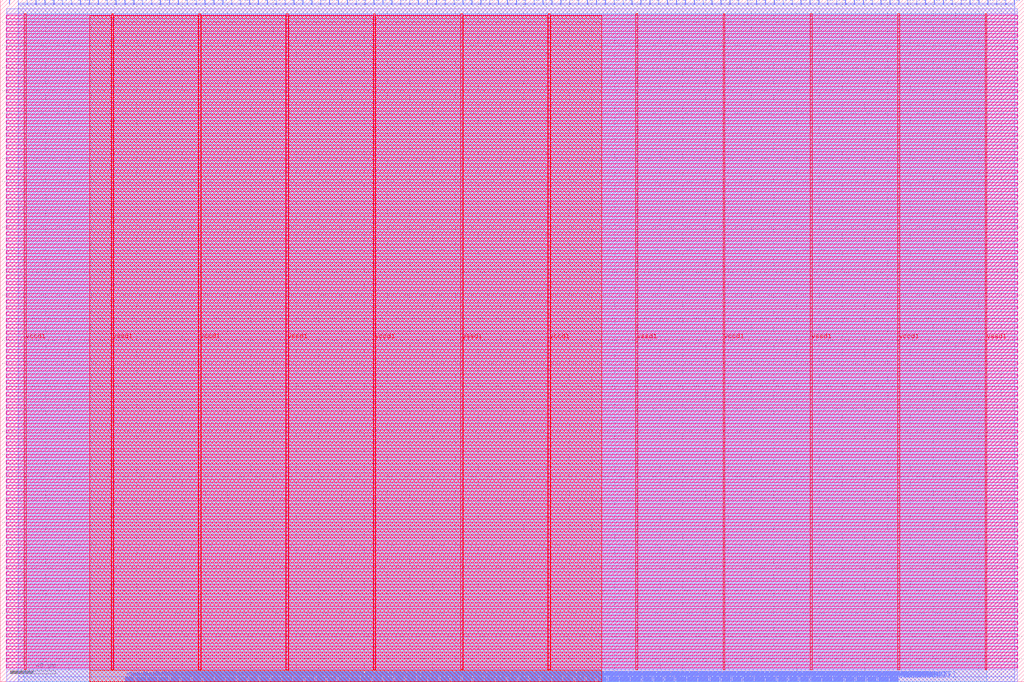
<source format=lef>
VERSION 5.7 ;
  NOWIREEXTENSIONATPIN ON ;
  DIVIDERCHAR "/" ;
  BUSBITCHARS "[]" ;
MACRO user_proj_example
  CLASS BLOCK ;
  FOREIGN user_proj_example ;
  ORIGIN 0.000 0.000 ;
  SIZE 900.000 BY 600.000 ;
  PIN io_in[0]
    DIRECTION INPUT ;
    USE SIGNAL ;
    PORT
      LAYER met2 ;
        RECT 7.910 596.000 8.190 600.000 ;
    END
  END io_in[0]
  PIN io_in[10]
    DIRECTION INPUT ;
    USE SIGNAL ;
    PORT
      LAYER met2 ;
        RECT 242.510 596.000 242.790 600.000 ;
    END
  END io_in[10]
  PIN io_in[11]
    DIRECTION INPUT ;
    USE SIGNAL ;
    PORT
      LAYER met2 ;
        RECT 265.970 596.000 266.250 600.000 ;
    END
  END io_in[11]
  PIN io_in[12]
    DIRECTION INPUT ;
    USE SIGNAL ;
    PORT
      LAYER met2 ;
        RECT 289.430 596.000 289.710 600.000 ;
    END
  END io_in[12]
  PIN io_in[13]
    DIRECTION INPUT ;
    USE SIGNAL ;
    PORT
      LAYER met2 ;
        RECT 312.890 596.000 313.170 600.000 ;
    END
  END io_in[13]
  PIN io_in[14]
    DIRECTION INPUT ;
    USE SIGNAL ;
    PORT
      LAYER met2 ;
        RECT 336.350 596.000 336.630 600.000 ;
    END
  END io_in[14]
  PIN io_in[15]
    DIRECTION INPUT ;
    USE SIGNAL ;
    PORT
      LAYER met2 ;
        RECT 359.810 596.000 360.090 600.000 ;
    END
  END io_in[15]
  PIN io_in[16]
    DIRECTION INPUT ;
    USE SIGNAL ;
    PORT
      LAYER met2 ;
        RECT 383.270 596.000 383.550 600.000 ;
    END
  END io_in[16]
  PIN io_in[17]
    DIRECTION INPUT ;
    USE SIGNAL ;
    PORT
      LAYER met2 ;
        RECT 406.730 596.000 407.010 600.000 ;
    END
  END io_in[17]
  PIN io_in[18]
    DIRECTION INPUT ;
    USE SIGNAL ;
    PORT
      LAYER met2 ;
        RECT 430.190 596.000 430.470 600.000 ;
    END
  END io_in[18]
  PIN io_in[19]
    DIRECTION INPUT ;
    USE SIGNAL ;
    PORT
      LAYER met2 ;
        RECT 453.650 596.000 453.930 600.000 ;
    END
  END io_in[19]
  PIN io_in[1]
    DIRECTION INPUT ;
    USE SIGNAL ;
    PORT
      LAYER met2 ;
        RECT 31.370 596.000 31.650 600.000 ;
    END
  END io_in[1]
  PIN io_in[20]
    DIRECTION INPUT ;
    USE SIGNAL ;
    PORT
      LAYER met2 ;
        RECT 477.110 596.000 477.390 600.000 ;
    END
  END io_in[20]
  PIN io_in[21]
    DIRECTION INPUT ;
    USE SIGNAL ;
    PORT
      LAYER met2 ;
        RECT 500.570 596.000 500.850 600.000 ;
    END
  END io_in[21]
  PIN io_in[22]
    DIRECTION INPUT ;
    USE SIGNAL ;
    PORT
      LAYER met2 ;
        RECT 524.030 596.000 524.310 600.000 ;
    END
  END io_in[22]
  PIN io_in[23]
    DIRECTION INPUT ;
    USE SIGNAL ;
    PORT
      LAYER met2 ;
        RECT 547.490 596.000 547.770 600.000 ;
    END
  END io_in[23]
  PIN io_in[24]
    DIRECTION INPUT ;
    USE SIGNAL ;
    PORT
      LAYER met2 ;
        RECT 570.950 596.000 571.230 600.000 ;
    END
  END io_in[24]
  PIN io_in[25]
    DIRECTION INPUT ;
    USE SIGNAL ;
    PORT
      LAYER met2 ;
        RECT 594.410 596.000 594.690 600.000 ;
    END
  END io_in[25]
  PIN io_in[26]
    DIRECTION INPUT ;
    USE SIGNAL ;
    PORT
      LAYER met2 ;
        RECT 617.870 596.000 618.150 600.000 ;
    END
  END io_in[26]
  PIN io_in[27]
    DIRECTION INPUT ;
    USE SIGNAL ;
    PORT
      LAYER met2 ;
        RECT 641.330 596.000 641.610 600.000 ;
    END
  END io_in[27]
  PIN io_in[28]
    DIRECTION INPUT ;
    USE SIGNAL ;
    PORT
      LAYER met2 ;
        RECT 664.790 596.000 665.070 600.000 ;
    END
  END io_in[28]
  PIN io_in[29]
    DIRECTION INPUT ;
    USE SIGNAL ;
    PORT
      LAYER met2 ;
        RECT 688.250 596.000 688.530 600.000 ;
    END
  END io_in[29]
  PIN io_in[2]
    DIRECTION INPUT ;
    USE SIGNAL ;
    PORT
      LAYER met2 ;
        RECT 54.830 596.000 55.110 600.000 ;
    END
  END io_in[2]
  PIN io_in[30]
    DIRECTION INPUT ;
    USE SIGNAL ;
    PORT
      LAYER met2 ;
        RECT 711.710 596.000 711.990 600.000 ;
    END
  END io_in[30]
  PIN io_in[31]
    DIRECTION INPUT ;
    USE SIGNAL ;
    PORT
      LAYER met2 ;
        RECT 735.170 596.000 735.450 600.000 ;
    END
  END io_in[31]
  PIN io_in[32]
    DIRECTION INPUT ;
    USE SIGNAL ;
    PORT
      LAYER met2 ;
        RECT 758.630 596.000 758.910 600.000 ;
    END
  END io_in[32]
  PIN io_in[33]
    DIRECTION INPUT ;
    USE SIGNAL ;
    PORT
      LAYER met2 ;
        RECT 782.090 596.000 782.370 600.000 ;
    END
  END io_in[33]
  PIN io_in[34]
    DIRECTION INPUT ;
    USE SIGNAL ;
    PORT
      LAYER met2 ;
        RECT 805.550 596.000 805.830 600.000 ;
    END
  END io_in[34]
  PIN io_in[35]
    DIRECTION INPUT ;
    USE SIGNAL ;
    PORT
      LAYER met2 ;
        RECT 829.010 596.000 829.290 600.000 ;
    END
  END io_in[35]
  PIN io_in[36]
    DIRECTION INPUT ;
    USE SIGNAL ;
    PORT
      LAYER met2 ;
        RECT 852.470 596.000 852.750 600.000 ;
    END
  END io_in[36]
  PIN io_in[37]
    DIRECTION INPUT ;
    USE SIGNAL ;
    PORT
      LAYER met2 ;
        RECT 875.930 596.000 876.210 600.000 ;
    END
  END io_in[37]
  PIN io_in[3]
    DIRECTION INPUT ;
    USE SIGNAL ;
    PORT
      LAYER met2 ;
        RECT 78.290 596.000 78.570 600.000 ;
    END
  END io_in[3]
  PIN io_in[4]
    DIRECTION INPUT ;
    USE SIGNAL ;
    PORT
      LAYER met2 ;
        RECT 101.750 596.000 102.030 600.000 ;
    END
  END io_in[4]
  PIN io_in[5]
    DIRECTION INPUT ;
    USE SIGNAL ;
    PORT
      LAYER met2 ;
        RECT 125.210 596.000 125.490 600.000 ;
    END
  END io_in[5]
  PIN io_in[6]
    DIRECTION INPUT ;
    USE SIGNAL ;
    PORT
      LAYER met2 ;
        RECT 148.670 596.000 148.950 600.000 ;
    END
  END io_in[6]
  PIN io_in[7]
    DIRECTION INPUT ;
    USE SIGNAL ;
    PORT
      LAYER met2 ;
        RECT 172.130 596.000 172.410 600.000 ;
    END
  END io_in[7]
  PIN io_in[8]
    DIRECTION INPUT ;
    USE SIGNAL ;
    PORT
      LAYER met2 ;
        RECT 195.590 596.000 195.870 600.000 ;
    END
  END io_in[8]
  PIN io_in[9]
    DIRECTION INPUT ;
    USE SIGNAL ;
    PORT
      LAYER met2 ;
        RECT 219.050 596.000 219.330 600.000 ;
    END
  END io_in[9]
  PIN io_oeb[0]
    DIRECTION OUTPUT TRISTATE ;
    USE SIGNAL ;
    PORT
      LAYER met2 ;
        RECT 15.730 596.000 16.010 600.000 ;
    END
  END io_oeb[0]
  PIN io_oeb[10]
    DIRECTION OUTPUT TRISTATE ;
    USE SIGNAL ;
    PORT
      LAYER met2 ;
        RECT 250.330 596.000 250.610 600.000 ;
    END
  END io_oeb[10]
  PIN io_oeb[11]
    DIRECTION OUTPUT TRISTATE ;
    USE SIGNAL ;
    PORT
      LAYER met2 ;
        RECT 273.790 596.000 274.070 600.000 ;
    END
  END io_oeb[11]
  PIN io_oeb[12]
    DIRECTION OUTPUT TRISTATE ;
    USE SIGNAL ;
    PORT
      LAYER met2 ;
        RECT 297.250 596.000 297.530 600.000 ;
    END
  END io_oeb[12]
  PIN io_oeb[13]
    DIRECTION OUTPUT TRISTATE ;
    USE SIGNAL ;
    PORT
      LAYER met2 ;
        RECT 320.710 596.000 320.990 600.000 ;
    END
  END io_oeb[13]
  PIN io_oeb[14]
    DIRECTION OUTPUT TRISTATE ;
    USE SIGNAL ;
    PORT
      LAYER met2 ;
        RECT 344.170 596.000 344.450 600.000 ;
    END
  END io_oeb[14]
  PIN io_oeb[15]
    DIRECTION OUTPUT TRISTATE ;
    USE SIGNAL ;
    PORT
      LAYER met2 ;
        RECT 367.630 596.000 367.910 600.000 ;
    END
  END io_oeb[15]
  PIN io_oeb[16]
    DIRECTION OUTPUT TRISTATE ;
    USE SIGNAL ;
    PORT
      LAYER met2 ;
        RECT 391.090 596.000 391.370 600.000 ;
    END
  END io_oeb[16]
  PIN io_oeb[17]
    DIRECTION OUTPUT TRISTATE ;
    USE SIGNAL ;
    PORT
      LAYER met2 ;
        RECT 414.550 596.000 414.830 600.000 ;
    END
  END io_oeb[17]
  PIN io_oeb[18]
    DIRECTION OUTPUT TRISTATE ;
    USE SIGNAL ;
    PORT
      LAYER met2 ;
        RECT 438.010 596.000 438.290 600.000 ;
    END
  END io_oeb[18]
  PIN io_oeb[19]
    DIRECTION OUTPUT TRISTATE ;
    USE SIGNAL ;
    PORT
      LAYER met2 ;
        RECT 461.470 596.000 461.750 600.000 ;
    END
  END io_oeb[19]
  PIN io_oeb[1]
    DIRECTION OUTPUT TRISTATE ;
    USE SIGNAL ;
    PORT
      LAYER met2 ;
        RECT 39.190 596.000 39.470 600.000 ;
    END
  END io_oeb[1]
  PIN io_oeb[20]
    DIRECTION OUTPUT TRISTATE ;
    USE SIGNAL ;
    PORT
      LAYER met2 ;
        RECT 484.930 596.000 485.210 600.000 ;
    END
  END io_oeb[20]
  PIN io_oeb[21]
    DIRECTION OUTPUT TRISTATE ;
    USE SIGNAL ;
    PORT
      LAYER met2 ;
        RECT 508.390 596.000 508.670 600.000 ;
    END
  END io_oeb[21]
  PIN io_oeb[22]
    DIRECTION OUTPUT TRISTATE ;
    USE SIGNAL ;
    PORT
      LAYER met2 ;
        RECT 531.850 596.000 532.130 600.000 ;
    END
  END io_oeb[22]
  PIN io_oeb[23]
    DIRECTION OUTPUT TRISTATE ;
    USE SIGNAL ;
    PORT
      LAYER met2 ;
        RECT 555.310 596.000 555.590 600.000 ;
    END
  END io_oeb[23]
  PIN io_oeb[24]
    DIRECTION OUTPUT TRISTATE ;
    USE SIGNAL ;
    PORT
      LAYER met2 ;
        RECT 578.770 596.000 579.050 600.000 ;
    END
  END io_oeb[24]
  PIN io_oeb[25]
    DIRECTION OUTPUT TRISTATE ;
    USE SIGNAL ;
    PORT
      LAYER met2 ;
        RECT 602.230 596.000 602.510 600.000 ;
    END
  END io_oeb[25]
  PIN io_oeb[26]
    DIRECTION OUTPUT TRISTATE ;
    USE SIGNAL ;
    PORT
      LAYER met2 ;
        RECT 625.690 596.000 625.970 600.000 ;
    END
  END io_oeb[26]
  PIN io_oeb[27]
    DIRECTION OUTPUT TRISTATE ;
    USE SIGNAL ;
    PORT
      LAYER met2 ;
        RECT 649.150 596.000 649.430 600.000 ;
    END
  END io_oeb[27]
  PIN io_oeb[28]
    DIRECTION OUTPUT TRISTATE ;
    USE SIGNAL ;
    PORT
      LAYER met2 ;
        RECT 672.610 596.000 672.890 600.000 ;
    END
  END io_oeb[28]
  PIN io_oeb[29]
    DIRECTION OUTPUT TRISTATE ;
    USE SIGNAL ;
    PORT
      LAYER met2 ;
        RECT 696.070 596.000 696.350 600.000 ;
    END
  END io_oeb[29]
  PIN io_oeb[2]
    DIRECTION OUTPUT TRISTATE ;
    USE SIGNAL ;
    PORT
      LAYER met2 ;
        RECT 62.650 596.000 62.930 600.000 ;
    END
  END io_oeb[2]
  PIN io_oeb[30]
    DIRECTION OUTPUT TRISTATE ;
    USE SIGNAL ;
    PORT
      LAYER met2 ;
        RECT 719.530 596.000 719.810 600.000 ;
    END
  END io_oeb[30]
  PIN io_oeb[31]
    DIRECTION OUTPUT TRISTATE ;
    USE SIGNAL ;
    PORT
      LAYER met2 ;
        RECT 742.990 596.000 743.270 600.000 ;
    END
  END io_oeb[31]
  PIN io_oeb[32]
    DIRECTION OUTPUT TRISTATE ;
    USE SIGNAL ;
    PORT
      LAYER met2 ;
        RECT 766.450 596.000 766.730 600.000 ;
    END
  END io_oeb[32]
  PIN io_oeb[33]
    DIRECTION OUTPUT TRISTATE ;
    USE SIGNAL ;
    PORT
      LAYER met2 ;
        RECT 789.910 596.000 790.190 600.000 ;
    END
  END io_oeb[33]
  PIN io_oeb[34]
    DIRECTION OUTPUT TRISTATE ;
    USE SIGNAL ;
    PORT
      LAYER met2 ;
        RECT 813.370 596.000 813.650 600.000 ;
    END
  END io_oeb[34]
  PIN io_oeb[35]
    DIRECTION OUTPUT TRISTATE ;
    USE SIGNAL ;
    PORT
      LAYER met2 ;
        RECT 836.830 596.000 837.110 600.000 ;
    END
  END io_oeb[35]
  PIN io_oeb[36]
    DIRECTION OUTPUT TRISTATE ;
    USE SIGNAL ;
    PORT
      LAYER met2 ;
        RECT 860.290 596.000 860.570 600.000 ;
    END
  END io_oeb[36]
  PIN io_oeb[37]
    DIRECTION OUTPUT TRISTATE ;
    USE SIGNAL ;
    PORT
      LAYER met2 ;
        RECT 883.750 596.000 884.030 600.000 ;
    END
  END io_oeb[37]
  PIN io_oeb[3]
    DIRECTION OUTPUT TRISTATE ;
    USE SIGNAL ;
    PORT
      LAYER met2 ;
        RECT 86.110 596.000 86.390 600.000 ;
    END
  END io_oeb[3]
  PIN io_oeb[4]
    DIRECTION OUTPUT TRISTATE ;
    USE SIGNAL ;
    PORT
      LAYER met2 ;
        RECT 109.570 596.000 109.850 600.000 ;
    END
  END io_oeb[4]
  PIN io_oeb[5]
    DIRECTION OUTPUT TRISTATE ;
    USE SIGNAL ;
    PORT
      LAYER met2 ;
        RECT 133.030 596.000 133.310 600.000 ;
    END
  END io_oeb[5]
  PIN io_oeb[6]
    DIRECTION OUTPUT TRISTATE ;
    USE SIGNAL ;
    PORT
      LAYER met2 ;
        RECT 156.490 596.000 156.770 600.000 ;
    END
  END io_oeb[6]
  PIN io_oeb[7]
    DIRECTION OUTPUT TRISTATE ;
    USE SIGNAL ;
    PORT
      LAYER met2 ;
        RECT 179.950 596.000 180.230 600.000 ;
    END
  END io_oeb[7]
  PIN io_oeb[8]
    DIRECTION OUTPUT TRISTATE ;
    USE SIGNAL ;
    PORT
      LAYER met2 ;
        RECT 203.410 596.000 203.690 600.000 ;
    END
  END io_oeb[8]
  PIN io_oeb[9]
    DIRECTION OUTPUT TRISTATE ;
    USE SIGNAL ;
    PORT
      LAYER met2 ;
        RECT 226.870 596.000 227.150 600.000 ;
    END
  END io_oeb[9]
  PIN io_out[0]
    DIRECTION OUTPUT TRISTATE ;
    USE SIGNAL ;
    PORT
      LAYER met2 ;
        RECT 23.550 596.000 23.830 600.000 ;
    END
  END io_out[0]
  PIN io_out[10]
    DIRECTION OUTPUT TRISTATE ;
    USE SIGNAL ;
    PORT
      LAYER met2 ;
        RECT 258.150 596.000 258.430 600.000 ;
    END
  END io_out[10]
  PIN io_out[11]
    DIRECTION OUTPUT TRISTATE ;
    USE SIGNAL ;
    PORT
      LAYER met2 ;
        RECT 281.610 596.000 281.890 600.000 ;
    END
  END io_out[11]
  PIN io_out[12]
    DIRECTION OUTPUT TRISTATE ;
    USE SIGNAL ;
    PORT
      LAYER met2 ;
        RECT 305.070 596.000 305.350 600.000 ;
    END
  END io_out[12]
  PIN io_out[13]
    DIRECTION OUTPUT TRISTATE ;
    USE SIGNAL ;
    PORT
      LAYER met2 ;
        RECT 328.530 596.000 328.810 600.000 ;
    END
  END io_out[13]
  PIN io_out[14]
    DIRECTION OUTPUT TRISTATE ;
    USE SIGNAL ;
    PORT
      LAYER met2 ;
        RECT 351.990 596.000 352.270 600.000 ;
    END
  END io_out[14]
  PIN io_out[15]
    DIRECTION OUTPUT TRISTATE ;
    USE SIGNAL ;
    PORT
      LAYER met2 ;
        RECT 375.450 596.000 375.730 600.000 ;
    END
  END io_out[15]
  PIN io_out[16]
    DIRECTION OUTPUT TRISTATE ;
    USE SIGNAL ;
    PORT
      LAYER met2 ;
        RECT 398.910 596.000 399.190 600.000 ;
    END
  END io_out[16]
  PIN io_out[17]
    DIRECTION OUTPUT TRISTATE ;
    USE SIGNAL ;
    PORT
      LAYER met2 ;
        RECT 422.370 596.000 422.650 600.000 ;
    END
  END io_out[17]
  PIN io_out[18]
    DIRECTION OUTPUT TRISTATE ;
    USE SIGNAL ;
    PORT
      LAYER met2 ;
        RECT 445.830 596.000 446.110 600.000 ;
    END
  END io_out[18]
  PIN io_out[19]
    DIRECTION OUTPUT TRISTATE ;
    USE SIGNAL ;
    PORT
      LAYER met2 ;
        RECT 469.290 596.000 469.570 600.000 ;
    END
  END io_out[19]
  PIN io_out[1]
    DIRECTION OUTPUT TRISTATE ;
    USE SIGNAL ;
    PORT
      LAYER met2 ;
        RECT 47.010 596.000 47.290 600.000 ;
    END
  END io_out[1]
  PIN io_out[20]
    DIRECTION OUTPUT TRISTATE ;
    USE SIGNAL ;
    PORT
      LAYER met2 ;
        RECT 492.750 596.000 493.030 600.000 ;
    END
  END io_out[20]
  PIN io_out[21]
    DIRECTION OUTPUT TRISTATE ;
    USE SIGNAL ;
    PORT
      LAYER met2 ;
        RECT 516.210 596.000 516.490 600.000 ;
    END
  END io_out[21]
  PIN io_out[22]
    DIRECTION OUTPUT TRISTATE ;
    USE SIGNAL ;
    PORT
      LAYER met2 ;
        RECT 539.670 596.000 539.950 600.000 ;
    END
  END io_out[22]
  PIN io_out[23]
    DIRECTION OUTPUT TRISTATE ;
    USE SIGNAL ;
    PORT
      LAYER met2 ;
        RECT 563.130 596.000 563.410 600.000 ;
    END
  END io_out[23]
  PIN io_out[24]
    DIRECTION OUTPUT TRISTATE ;
    USE SIGNAL ;
    PORT
      LAYER met2 ;
        RECT 586.590 596.000 586.870 600.000 ;
    END
  END io_out[24]
  PIN io_out[25]
    DIRECTION OUTPUT TRISTATE ;
    USE SIGNAL ;
    PORT
      LAYER met2 ;
        RECT 610.050 596.000 610.330 600.000 ;
    END
  END io_out[25]
  PIN io_out[26]
    DIRECTION OUTPUT TRISTATE ;
    USE SIGNAL ;
    PORT
      LAYER met2 ;
        RECT 633.510 596.000 633.790 600.000 ;
    END
  END io_out[26]
  PIN io_out[27]
    DIRECTION OUTPUT TRISTATE ;
    USE SIGNAL ;
    PORT
      LAYER met2 ;
        RECT 656.970 596.000 657.250 600.000 ;
    END
  END io_out[27]
  PIN io_out[28]
    DIRECTION OUTPUT TRISTATE ;
    USE SIGNAL ;
    PORT
      LAYER met2 ;
        RECT 680.430 596.000 680.710 600.000 ;
    END
  END io_out[28]
  PIN io_out[29]
    DIRECTION OUTPUT TRISTATE ;
    USE SIGNAL ;
    PORT
      LAYER met2 ;
        RECT 703.890 596.000 704.170 600.000 ;
    END
  END io_out[29]
  PIN io_out[2]
    DIRECTION OUTPUT TRISTATE ;
    USE SIGNAL ;
    PORT
      LAYER met2 ;
        RECT 70.470 596.000 70.750 600.000 ;
    END
  END io_out[2]
  PIN io_out[30]
    DIRECTION OUTPUT TRISTATE ;
    USE SIGNAL ;
    PORT
      LAYER met2 ;
        RECT 727.350 596.000 727.630 600.000 ;
    END
  END io_out[30]
  PIN io_out[31]
    DIRECTION OUTPUT TRISTATE ;
    USE SIGNAL ;
    PORT
      LAYER met2 ;
        RECT 750.810 596.000 751.090 600.000 ;
    END
  END io_out[31]
  PIN io_out[32]
    DIRECTION OUTPUT TRISTATE ;
    USE SIGNAL ;
    PORT
      LAYER met2 ;
        RECT 774.270 596.000 774.550 600.000 ;
    END
  END io_out[32]
  PIN io_out[33]
    DIRECTION OUTPUT TRISTATE ;
    USE SIGNAL ;
    PORT
      LAYER met2 ;
        RECT 797.730 596.000 798.010 600.000 ;
    END
  END io_out[33]
  PIN io_out[34]
    DIRECTION OUTPUT TRISTATE ;
    USE SIGNAL ;
    PORT
      LAYER met2 ;
        RECT 821.190 596.000 821.470 600.000 ;
    END
  END io_out[34]
  PIN io_out[35]
    DIRECTION OUTPUT TRISTATE ;
    USE SIGNAL ;
    PORT
      LAYER met2 ;
        RECT 844.650 596.000 844.930 600.000 ;
    END
  END io_out[35]
  PIN io_out[36]
    DIRECTION OUTPUT TRISTATE ;
    USE SIGNAL ;
    PORT
      LAYER met2 ;
        RECT 868.110 596.000 868.390 600.000 ;
    END
  END io_out[36]
  PIN io_out[37]
    DIRECTION OUTPUT TRISTATE ;
    USE SIGNAL ;
    PORT
      LAYER met2 ;
        RECT 891.570 596.000 891.850 600.000 ;
    END
  END io_out[37]
  PIN io_out[3]
    DIRECTION OUTPUT TRISTATE ;
    USE SIGNAL ;
    PORT
      LAYER met2 ;
        RECT 93.930 596.000 94.210 600.000 ;
    END
  END io_out[3]
  PIN io_out[4]
    DIRECTION OUTPUT TRISTATE ;
    USE SIGNAL ;
    PORT
      LAYER met2 ;
        RECT 117.390 596.000 117.670 600.000 ;
    END
  END io_out[4]
  PIN io_out[5]
    DIRECTION OUTPUT TRISTATE ;
    USE SIGNAL ;
    PORT
      LAYER met2 ;
        RECT 140.850 596.000 141.130 600.000 ;
    END
  END io_out[5]
  PIN io_out[6]
    DIRECTION OUTPUT TRISTATE ;
    USE SIGNAL ;
    PORT
      LAYER met2 ;
        RECT 164.310 596.000 164.590 600.000 ;
    END
  END io_out[6]
  PIN io_out[7]
    DIRECTION OUTPUT TRISTATE ;
    USE SIGNAL ;
    PORT
      LAYER met2 ;
        RECT 187.770 596.000 188.050 600.000 ;
    END
  END io_out[7]
  PIN io_out[8]
    DIRECTION OUTPUT TRISTATE ;
    USE SIGNAL ;
    PORT
      LAYER met2 ;
        RECT 211.230 596.000 211.510 600.000 ;
    END
  END io_out[8]
  PIN io_out[9]
    DIRECTION OUTPUT TRISTATE ;
    USE SIGNAL ;
    PORT
      LAYER met2 ;
        RECT 234.690 596.000 234.970 600.000 ;
    END
  END io_out[9]
  PIN irq[0]
    DIRECTION OUTPUT TRISTATE ;
    USE SIGNAL ;
    PORT
      LAYER met2 ;
        RECT 786.230 0.000 786.510 4.000 ;
    END
  END irq[0]
  PIN irq[1]
    DIRECTION OUTPUT TRISTATE ;
    USE SIGNAL ;
    PORT
      LAYER met2 ;
        RECT 787.610 0.000 787.890 4.000 ;
    END
  END irq[1]
  PIN irq[2]
    DIRECTION OUTPUT TRISTATE ;
    USE SIGNAL ;
    PORT
      LAYER met2 ;
        RECT 788.990 0.000 789.270 4.000 ;
    END
  END irq[2]
  PIN la_data_in[0]
    DIRECTION INPUT ;
    USE SIGNAL ;
    PORT
      LAYER met2 ;
        RECT 256.310 0.000 256.590 4.000 ;
    END
  END la_data_in[0]
  PIN la_data_in[100]
    DIRECTION INPUT ;
    USE SIGNAL ;
    PORT
      LAYER met2 ;
        RECT 670.310 0.000 670.590 4.000 ;
    END
  END la_data_in[100]
  PIN la_data_in[101]
    DIRECTION INPUT ;
    USE SIGNAL ;
    PORT
      LAYER met2 ;
        RECT 674.450 0.000 674.730 4.000 ;
    END
  END la_data_in[101]
  PIN la_data_in[102]
    DIRECTION INPUT ;
    USE SIGNAL ;
    PORT
      LAYER met2 ;
        RECT 678.590 0.000 678.870 4.000 ;
    END
  END la_data_in[102]
  PIN la_data_in[103]
    DIRECTION INPUT ;
    USE SIGNAL ;
    PORT
      LAYER met2 ;
        RECT 682.730 0.000 683.010 4.000 ;
    END
  END la_data_in[103]
  PIN la_data_in[104]
    DIRECTION INPUT ;
    USE SIGNAL ;
    PORT
      LAYER met2 ;
        RECT 686.870 0.000 687.150 4.000 ;
    END
  END la_data_in[104]
  PIN la_data_in[105]
    DIRECTION INPUT ;
    USE SIGNAL ;
    PORT
      LAYER met2 ;
        RECT 691.010 0.000 691.290 4.000 ;
    END
  END la_data_in[105]
  PIN la_data_in[106]
    DIRECTION INPUT ;
    USE SIGNAL ;
    PORT
      LAYER met2 ;
        RECT 695.150 0.000 695.430 4.000 ;
    END
  END la_data_in[106]
  PIN la_data_in[107]
    DIRECTION INPUT ;
    USE SIGNAL ;
    PORT
      LAYER met2 ;
        RECT 699.290 0.000 699.570 4.000 ;
    END
  END la_data_in[107]
  PIN la_data_in[108]
    DIRECTION INPUT ;
    USE SIGNAL ;
    PORT
      LAYER met2 ;
        RECT 703.430 0.000 703.710 4.000 ;
    END
  END la_data_in[108]
  PIN la_data_in[109]
    DIRECTION INPUT ;
    USE SIGNAL ;
    PORT
      LAYER met2 ;
        RECT 707.570 0.000 707.850 4.000 ;
    END
  END la_data_in[109]
  PIN la_data_in[10]
    DIRECTION INPUT ;
    USE SIGNAL ;
    PORT
      LAYER met2 ;
        RECT 297.710 0.000 297.990 4.000 ;
    END
  END la_data_in[10]
  PIN la_data_in[110]
    DIRECTION INPUT ;
    USE SIGNAL ;
    PORT
      LAYER met2 ;
        RECT 711.710 0.000 711.990 4.000 ;
    END
  END la_data_in[110]
  PIN la_data_in[111]
    DIRECTION INPUT ;
    USE SIGNAL ;
    PORT
      LAYER met2 ;
        RECT 715.850 0.000 716.130 4.000 ;
    END
  END la_data_in[111]
  PIN la_data_in[112]
    DIRECTION INPUT ;
    USE SIGNAL ;
    PORT
      LAYER met2 ;
        RECT 719.990 0.000 720.270 4.000 ;
    END
  END la_data_in[112]
  PIN la_data_in[113]
    DIRECTION INPUT ;
    USE SIGNAL ;
    PORT
      LAYER met2 ;
        RECT 724.130 0.000 724.410 4.000 ;
    END
  END la_data_in[113]
  PIN la_data_in[114]
    DIRECTION INPUT ;
    USE SIGNAL ;
    PORT
      LAYER met2 ;
        RECT 728.270 0.000 728.550 4.000 ;
    END
  END la_data_in[114]
  PIN la_data_in[115]
    DIRECTION INPUT ;
    USE SIGNAL ;
    PORT
      LAYER met2 ;
        RECT 732.410 0.000 732.690 4.000 ;
    END
  END la_data_in[115]
  PIN la_data_in[116]
    DIRECTION INPUT ;
    USE SIGNAL ;
    PORT
      LAYER met2 ;
        RECT 736.550 0.000 736.830 4.000 ;
    END
  END la_data_in[116]
  PIN la_data_in[117]
    DIRECTION INPUT ;
    USE SIGNAL ;
    PORT
      LAYER met2 ;
        RECT 740.690 0.000 740.970 4.000 ;
    END
  END la_data_in[117]
  PIN la_data_in[118]
    DIRECTION INPUT ;
    USE SIGNAL ;
    PORT
      LAYER met2 ;
        RECT 744.830 0.000 745.110 4.000 ;
    END
  END la_data_in[118]
  PIN la_data_in[119]
    DIRECTION INPUT ;
    USE SIGNAL ;
    PORT
      LAYER met2 ;
        RECT 748.970 0.000 749.250 4.000 ;
    END
  END la_data_in[119]
  PIN la_data_in[11]
    DIRECTION INPUT ;
    USE SIGNAL ;
    PORT
      LAYER met2 ;
        RECT 301.850 0.000 302.130 4.000 ;
    END
  END la_data_in[11]
  PIN la_data_in[120]
    DIRECTION INPUT ;
    USE SIGNAL ;
    PORT
      LAYER met2 ;
        RECT 753.110 0.000 753.390 4.000 ;
    END
  END la_data_in[120]
  PIN la_data_in[121]
    DIRECTION INPUT ;
    USE SIGNAL ;
    PORT
      LAYER met2 ;
        RECT 757.250 0.000 757.530 4.000 ;
    END
  END la_data_in[121]
  PIN la_data_in[122]
    DIRECTION INPUT ;
    USE SIGNAL ;
    PORT
      LAYER met2 ;
        RECT 761.390 0.000 761.670 4.000 ;
    END
  END la_data_in[122]
  PIN la_data_in[123]
    DIRECTION INPUT ;
    USE SIGNAL ;
    PORT
      LAYER met2 ;
        RECT 765.530 0.000 765.810 4.000 ;
    END
  END la_data_in[123]
  PIN la_data_in[124]
    DIRECTION INPUT ;
    USE SIGNAL ;
    PORT
      LAYER met2 ;
        RECT 769.670 0.000 769.950 4.000 ;
    END
  END la_data_in[124]
  PIN la_data_in[125]
    DIRECTION INPUT ;
    USE SIGNAL ;
    PORT
      LAYER met2 ;
        RECT 773.810 0.000 774.090 4.000 ;
    END
  END la_data_in[125]
  PIN la_data_in[126]
    DIRECTION INPUT ;
    USE SIGNAL ;
    PORT
      LAYER met2 ;
        RECT 777.950 0.000 778.230 4.000 ;
    END
  END la_data_in[126]
  PIN la_data_in[127]
    DIRECTION INPUT ;
    USE SIGNAL ;
    PORT
      LAYER met2 ;
        RECT 782.090 0.000 782.370 4.000 ;
    END
  END la_data_in[127]
  PIN la_data_in[12]
    DIRECTION INPUT ;
    USE SIGNAL ;
    PORT
      LAYER met2 ;
        RECT 305.990 0.000 306.270 4.000 ;
    END
  END la_data_in[12]
  PIN la_data_in[13]
    DIRECTION INPUT ;
    USE SIGNAL ;
    PORT
      LAYER met2 ;
        RECT 310.130 0.000 310.410 4.000 ;
    END
  END la_data_in[13]
  PIN la_data_in[14]
    DIRECTION INPUT ;
    USE SIGNAL ;
    PORT
      LAYER met2 ;
        RECT 314.270 0.000 314.550 4.000 ;
    END
  END la_data_in[14]
  PIN la_data_in[15]
    DIRECTION INPUT ;
    USE SIGNAL ;
    PORT
      LAYER met2 ;
        RECT 318.410 0.000 318.690 4.000 ;
    END
  END la_data_in[15]
  PIN la_data_in[16]
    DIRECTION INPUT ;
    USE SIGNAL ;
    PORT
      LAYER met2 ;
        RECT 322.550 0.000 322.830 4.000 ;
    END
  END la_data_in[16]
  PIN la_data_in[17]
    DIRECTION INPUT ;
    USE SIGNAL ;
    PORT
      LAYER met2 ;
        RECT 326.690 0.000 326.970 4.000 ;
    END
  END la_data_in[17]
  PIN la_data_in[18]
    DIRECTION INPUT ;
    USE SIGNAL ;
    PORT
      LAYER met2 ;
        RECT 330.830 0.000 331.110 4.000 ;
    END
  END la_data_in[18]
  PIN la_data_in[19]
    DIRECTION INPUT ;
    USE SIGNAL ;
    PORT
      LAYER met2 ;
        RECT 334.970 0.000 335.250 4.000 ;
    END
  END la_data_in[19]
  PIN la_data_in[1]
    DIRECTION INPUT ;
    USE SIGNAL ;
    PORT
      LAYER met2 ;
        RECT 260.450 0.000 260.730 4.000 ;
    END
  END la_data_in[1]
  PIN la_data_in[20]
    DIRECTION INPUT ;
    USE SIGNAL ;
    PORT
      LAYER met2 ;
        RECT 339.110 0.000 339.390 4.000 ;
    END
  END la_data_in[20]
  PIN la_data_in[21]
    DIRECTION INPUT ;
    USE SIGNAL ;
    PORT
      LAYER met2 ;
        RECT 343.250 0.000 343.530 4.000 ;
    END
  END la_data_in[21]
  PIN la_data_in[22]
    DIRECTION INPUT ;
    USE SIGNAL ;
    PORT
      LAYER met2 ;
        RECT 347.390 0.000 347.670 4.000 ;
    END
  END la_data_in[22]
  PIN la_data_in[23]
    DIRECTION INPUT ;
    USE SIGNAL ;
    PORT
      LAYER met2 ;
        RECT 351.530 0.000 351.810 4.000 ;
    END
  END la_data_in[23]
  PIN la_data_in[24]
    DIRECTION INPUT ;
    USE SIGNAL ;
    PORT
      LAYER met2 ;
        RECT 355.670 0.000 355.950 4.000 ;
    END
  END la_data_in[24]
  PIN la_data_in[25]
    DIRECTION INPUT ;
    USE SIGNAL ;
    PORT
      LAYER met2 ;
        RECT 359.810 0.000 360.090 4.000 ;
    END
  END la_data_in[25]
  PIN la_data_in[26]
    DIRECTION INPUT ;
    USE SIGNAL ;
    PORT
      LAYER met2 ;
        RECT 363.950 0.000 364.230 4.000 ;
    END
  END la_data_in[26]
  PIN la_data_in[27]
    DIRECTION INPUT ;
    USE SIGNAL ;
    PORT
      LAYER met2 ;
        RECT 368.090 0.000 368.370 4.000 ;
    END
  END la_data_in[27]
  PIN la_data_in[28]
    DIRECTION INPUT ;
    USE SIGNAL ;
    PORT
      LAYER met2 ;
        RECT 372.230 0.000 372.510 4.000 ;
    END
  END la_data_in[28]
  PIN la_data_in[29]
    DIRECTION INPUT ;
    USE SIGNAL ;
    PORT
      LAYER met2 ;
        RECT 376.370 0.000 376.650 4.000 ;
    END
  END la_data_in[29]
  PIN la_data_in[2]
    DIRECTION INPUT ;
    USE SIGNAL ;
    PORT
      LAYER met2 ;
        RECT 264.590 0.000 264.870 4.000 ;
    END
  END la_data_in[2]
  PIN la_data_in[30]
    DIRECTION INPUT ;
    USE SIGNAL ;
    PORT
      LAYER met2 ;
        RECT 380.510 0.000 380.790 4.000 ;
    END
  END la_data_in[30]
  PIN la_data_in[31]
    DIRECTION INPUT ;
    USE SIGNAL ;
    PORT
      LAYER met2 ;
        RECT 384.650 0.000 384.930 4.000 ;
    END
  END la_data_in[31]
  PIN la_data_in[32]
    DIRECTION INPUT ;
    USE SIGNAL ;
    PORT
      LAYER met2 ;
        RECT 388.790 0.000 389.070 4.000 ;
    END
  END la_data_in[32]
  PIN la_data_in[33]
    DIRECTION INPUT ;
    USE SIGNAL ;
    PORT
      LAYER met2 ;
        RECT 392.930 0.000 393.210 4.000 ;
    END
  END la_data_in[33]
  PIN la_data_in[34]
    DIRECTION INPUT ;
    USE SIGNAL ;
    PORT
      LAYER met2 ;
        RECT 397.070 0.000 397.350 4.000 ;
    END
  END la_data_in[34]
  PIN la_data_in[35]
    DIRECTION INPUT ;
    USE SIGNAL ;
    PORT
      LAYER met2 ;
        RECT 401.210 0.000 401.490 4.000 ;
    END
  END la_data_in[35]
  PIN la_data_in[36]
    DIRECTION INPUT ;
    USE SIGNAL ;
    PORT
      LAYER met2 ;
        RECT 405.350 0.000 405.630 4.000 ;
    END
  END la_data_in[36]
  PIN la_data_in[37]
    DIRECTION INPUT ;
    USE SIGNAL ;
    PORT
      LAYER met2 ;
        RECT 409.490 0.000 409.770 4.000 ;
    END
  END la_data_in[37]
  PIN la_data_in[38]
    DIRECTION INPUT ;
    USE SIGNAL ;
    PORT
      LAYER met2 ;
        RECT 413.630 0.000 413.910 4.000 ;
    END
  END la_data_in[38]
  PIN la_data_in[39]
    DIRECTION INPUT ;
    USE SIGNAL ;
    PORT
      LAYER met2 ;
        RECT 417.770 0.000 418.050 4.000 ;
    END
  END la_data_in[39]
  PIN la_data_in[3]
    DIRECTION INPUT ;
    USE SIGNAL ;
    PORT
      LAYER met2 ;
        RECT 268.730 0.000 269.010 4.000 ;
    END
  END la_data_in[3]
  PIN la_data_in[40]
    DIRECTION INPUT ;
    USE SIGNAL ;
    PORT
      LAYER met2 ;
        RECT 421.910 0.000 422.190 4.000 ;
    END
  END la_data_in[40]
  PIN la_data_in[41]
    DIRECTION INPUT ;
    USE SIGNAL ;
    PORT
      LAYER met2 ;
        RECT 426.050 0.000 426.330 4.000 ;
    END
  END la_data_in[41]
  PIN la_data_in[42]
    DIRECTION INPUT ;
    USE SIGNAL ;
    PORT
      LAYER met2 ;
        RECT 430.190 0.000 430.470 4.000 ;
    END
  END la_data_in[42]
  PIN la_data_in[43]
    DIRECTION INPUT ;
    USE SIGNAL ;
    PORT
      LAYER met2 ;
        RECT 434.330 0.000 434.610 4.000 ;
    END
  END la_data_in[43]
  PIN la_data_in[44]
    DIRECTION INPUT ;
    USE SIGNAL ;
    PORT
      LAYER met2 ;
        RECT 438.470 0.000 438.750 4.000 ;
    END
  END la_data_in[44]
  PIN la_data_in[45]
    DIRECTION INPUT ;
    USE SIGNAL ;
    PORT
      LAYER met2 ;
        RECT 442.610 0.000 442.890 4.000 ;
    END
  END la_data_in[45]
  PIN la_data_in[46]
    DIRECTION INPUT ;
    USE SIGNAL ;
    PORT
      LAYER met2 ;
        RECT 446.750 0.000 447.030 4.000 ;
    END
  END la_data_in[46]
  PIN la_data_in[47]
    DIRECTION INPUT ;
    USE SIGNAL ;
    PORT
      LAYER met2 ;
        RECT 450.890 0.000 451.170 4.000 ;
    END
  END la_data_in[47]
  PIN la_data_in[48]
    DIRECTION INPUT ;
    USE SIGNAL ;
    PORT
      LAYER met2 ;
        RECT 455.030 0.000 455.310 4.000 ;
    END
  END la_data_in[48]
  PIN la_data_in[49]
    DIRECTION INPUT ;
    USE SIGNAL ;
    PORT
      LAYER met2 ;
        RECT 459.170 0.000 459.450 4.000 ;
    END
  END la_data_in[49]
  PIN la_data_in[4]
    DIRECTION INPUT ;
    USE SIGNAL ;
    PORT
      LAYER met2 ;
        RECT 272.870 0.000 273.150 4.000 ;
    END
  END la_data_in[4]
  PIN la_data_in[50]
    DIRECTION INPUT ;
    USE SIGNAL ;
    PORT
      LAYER met2 ;
        RECT 463.310 0.000 463.590 4.000 ;
    END
  END la_data_in[50]
  PIN la_data_in[51]
    DIRECTION INPUT ;
    USE SIGNAL ;
    PORT
      LAYER met2 ;
        RECT 467.450 0.000 467.730 4.000 ;
    END
  END la_data_in[51]
  PIN la_data_in[52]
    DIRECTION INPUT ;
    USE SIGNAL ;
    PORT
      LAYER met2 ;
        RECT 471.590 0.000 471.870 4.000 ;
    END
  END la_data_in[52]
  PIN la_data_in[53]
    DIRECTION INPUT ;
    USE SIGNAL ;
    PORT
      LAYER met2 ;
        RECT 475.730 0.000 476.010 4.000 ;
    END
  END la_data_in[53]
  PIN la_data_in[54]
    DIRECTION INPUT ;
    USE SIGNAL ;
    PORT
      LAYER met2 ;
        RECT 479.870 0.000 480.150 4.000 ;
    END
  END la_data_in[54]
  PIN la_data_in[55]
    DIRECTION INPUT ;
    USE SIGNAL ;
    PORT
      LAYER met2 ;
        RECT 484.010 0.000 484.290 4.000 ;
    END
  END la_data_in[55]
  PIN la_data_in[56]
    DIRECTION INPUT ;
    USE SIGNAL ;
    PORT
      LAYER met2 ;
        RECT 488.150 0.000 488.430 4.000 ;
    END
  END la_data_in[56]
  PIN la_data_in[57]
    DIRECTION INPUT ;
    USE SIGNAL ;
    PORT
      LAYER met2 ;
        RECT 492.290 0.000 492.570 4.000 ;
    END
  END la_data_in[57]
  PIN la_data_in[58]
    DIRECTION INPUT ;
    USE SIGNAL ;
    PORT
      LAYER met2 ;
        RECT 496.430 0.000 496.710 4.000 ;
    END
  END la_data_in[58]
  PIN la_data_in[59]
    DIRECTION INPUT ;
    USE SIGNAL ;
    PORT
      LAYER met2 ;
        RECT 500.570 0.000 500.850 4.000 ;
    END
  END la_data_in[59]
  PIN la_data_in[5]
    DIRECTION INPUT ;
    USE SIGNAL ;
    PORT
      LAYER met2 ;
        RECT 277.010 0.000 277.290 4.000 ;
    END
  END la_data_in[5]
  PIN la_data_in[60]
    DIRECTION INPUT ;
    USE SIGNAL ;
    PORT
      LAYER met2 ;
        RECT 504.710 0.000 504.990 4.000 ;
    END
  END la_data_in[60]
  PIN la_data_in[61]
    DIRECTION INPUT ;
    USE SIGNAL ;
    PORT
      LAYER met2 ;
        RECT 508.850 0.000 509.130 4.000 ;
    END
  END la_data_in[61]
  PIN la_data_in[62]
    DIRECTION INPUT ;
    USE SIGNAL ;
    PORT
      LAYER met2 ;
        RECT 512.990 0.000 513.270 4.000 ;
    END
  END la_data_in[62]
  PIN la_data_in[63]
    DIRECTION INPUT ;
    USE SIGNAL ;
    PORT
      LAYER met2 ;
        RECT 517.130 0.000 517.410 4.000 ;
    END
  END la_data_in[63]
  PIN la_data_in[64]
    DIRECTION INPUT ;
    USE SIGNAL ;
    PORT
      LAYER met2 ;
        RECT 521.270 0.000 521.550 4.000 ;
    END
  END la_data_in[64]
  PIN la_data_in[65]
    DIRECTION INPUT ;
    USE SIGNAL ;
    PORT
      LAYER met2 ;
        RECT 525.410 0.000 525.690 4.000 ;
    END
  END la_data_in[65]
  PIN la_data_in[66]
    DIRECTION INPUT ;
    USE SIGNAL ;
    PORT
      LAYER met2 ;
        RECT 529.550 0.000 529.830 4.000 ;
    END
  END la_data_in[66]
  PIN la_data_in[67]
    DIRECTION INPUT ;
    USE SIGNAL ;
    PORT
      LAYER met2 ;
        RECT 533.690 0.000 533.970 4.000 ;
    END
  END la_data_in[67]
  PIN la_data_in[68]
    DIRECTION INPUT ;
    USE SIGNAL ;
    PORT
      LAYER met2 ;
        RECT 537.830 0.000 538.110 4.000 ;
    END
  END la_data_in[68]
  PIN la_data_in[69]
    DIRECTION INPUT ;
    USE SIGNAL ;
    PORT
      LAYER met2 ;
        RECT 541.970 0.000 542.250 4.000 ;
    END
  END la_data_in[69]
  PIN la_data_in[6]
    DIRECTION INPUT ;
    USE SIGNAL ;
    PORT
      LAYER met2 ;
        RECT 281.150 0.000 281.430 4.000 ;
    END
  END la_data_in[6]
  PIN la_data_in[70]
    DIRECTION INPUT ;
    USE SIGNAL ;
    PORT
      LAYER met2 ;
        RECT 546.110 0.000 546.390 4.000 ;
    END
  END la_data_in[70]
  PIN la_data_in[71]
    DIRECTION INPUT ;
    USE SIGNAL ;
    PORT
      LAYER met2 ;
        RECT 550.250 0.000 550.530 4.000 ;
    END
  END la_data_in[71]
  PIN la_data_in[72]
    DIRECTION INPUT ;
    USE SIGNAL ;
    PORT
      LAYER met2 ;
        RECT 554.390 0.000 554.670 4.000 ;
    END
  END la_data_in[72]
  PIN la_data_in[73]
    DIRECTION INPUT ;
    USE SIGNAL ;
    PORT
      LAYER met2 ;
        RECT 558.530 0.000 558.810 4.000 ;
    END
  END la_data_in[73]
  PIN la_data_in[74]
    DIRECTION INPUT ;
    USE SIGNAL ;
    PORT
      LAYER met2 ;
        RECT 562.670 0.000 562.950 4.000 ;
    END
  END la_data_in[74]
  PIN la_data_in[75]
    DIRECTION INPUT ;
    USE SIGNAL ;
    PORT
      LAYER met2 ;
        RECT 566.810 0.000 567.090 4.000 ;
    END
  END la_data_in[75]
  PIN la_data_in[76]
    DIRECTION INPUT ;
    USE SIGNAL ;
    PORT
      LAYER met2 ;
        RECT 570.950 0.000 571.230 4.000 ;
    END
  END la_data_in[76]
  PIN la_data_in[77]
    DIRECTION INPUT ;
    USE SIGNAL ;
    PORT
      LAYER met2 ;
        RECT 575.090 0.000 575.370 4.000 ;
    END
  END la_data_in[77]
  PIN la_data_in[78]
    DIRECTION INPUT ;
    USE SIGNAL ;
    PORT
      LAYER met2 ;
        RECT 579.230 0.000 579.510 4.000 ;
    END
  END la_data_in[78]
  PIN la_data_in[79]
    DIRECTION INPUT ;
    USE SIGNAL ;
    PORT
      LAYER met2 ;
        RECT 583.370 0.000 583.650 4.000 ;
    END
  END la_data_in[79]
  PIN la_data_in[7]
    DIRECTION INPUT ;
    USE SIGNAL ;
    PORT
      LAYER met2 ;
        RECT 285.290 0.000 285.570 4.000 ;
    END
  END la_data_in[7]
  PIN la_data_in[80]
    DIRECTION INPUT ;
    USE SIGNAL ;
    PORT
      LAYER met2 ;
        RECT 587.510 0.000 587.790 4.000 ;
    END
  END la_data_in[80]
  PIN la_data_in[81]
    DIRECTION INPUT ;
    USE SIGNAL ;
    PORT
      LAYER met2 ;
        RECT 591.650 0.000 591.930 4.000 ;
    END
  END la_data_in[81]
  PIN la_data_in[82]
    DIRECTION INPUT ;
    USE SIGNAL ;
    PORT
      LAYER met2 ;
        RECT 595.790 0.000 596.070 4.000 ;
    END
  END la_data_in[82]
  PIN la_data_in[83]
    DIRECTION INPUT ;
    USE SIGNAL ;
    PORT
      LAYER met2 ;
        RECT 599.930 0.000 600.210 4.000 ;
    END
  END la_data_in[83]
  PIN la_data_in[84]
    DIRECTION INPUT ;
    USE SIGNAL ;
    PORT
      LAYER met2 ;
        RECT 604.070 0.000 604.350 4.000 ;
    END
  END la_data_in[84]
  PIN la_data_in[85]
    DIRECTION INPUT ;
    USE SIGNAL ;
    PORT
      LAYER met2 ;
        RECT 608.210 0.000 608.490 4.000 ;
    END
  END la_data_in[85]
  PIN la_data_in[86]
    DIRECTION INPUT ;
    USE SIGNAL ;
    PORT
      LAYER met2 ;
        RECT 612.350 0.000 612.630 4.000 ;
    END
  END la_data_in[86]
  PIN la_data_in[87]
    DIRECTION INPUT ;
    USE SIGNAL ;
    PORT
      LAYER met2 ;
        RECT 616.490 0.000 616.770 4.000 ;
    END
  END la_data_in[87]
  PIN la_data_in[88]
    DIRECTION INPUT ;
    USE SIGNAL ;
    PORT
      LAYER met2 ;
        RECT 620.630 0.000 620.910 4.000 ;
    END
  END la_data_in[88]
  PIN la_data_in[89]
    DIRECTION INPUT ;
    USE SIGNAL ;
    PORT
      LAYER met2 ;
        RECT 624.770 0.000 625.050 4.000 ;
    END
  END la_data_in[89]
  PIN la_data_in[8]
    DIRECTION INPUT ;
    USE SIGNAL ;
    PORT
      LAYER met2 ;
        RECT 289.430 0.000 289.710 4.000 ;
    END
  END la_data_in[8]
  PIN la_data_in[90]
    DIRECTION INPUT ;
    USE SIGNAL ;
    PORT
      LAYER met2 ;
        RECT 628.910 0.000 629.190 4.000 ;
    END
  END la_data_in[90]
  PIN la_data_in[91]
    DIRECTION INPUT ;
    USE SIGNAL ;
    PORT
      LAYER met2 ;
        RECT 633.050 0.000 633.330 4.000 ;
    END
  END la_data_in[91]
  PIN la_data_in[92]
    DIRECTION INPUT ;
    USE SIGNAL ;
    PORT
      LAYER met2 ;
        RECT 637.190 0.000 637.470 4.000 ;
    END
  END la_data_in[92]
  PIN la_data_in[93]
    DIRECTION INPUT ;
    USE SIGNAL ;
    PORT
      LAYER met2 ;
        RECT 641.330 0.000 641.610 4.000 ;
    END
  END la_data_in[93]
  PIN la_data_in[94]
    DIRECTION INPUT ;
    USE SIGNAL ;
    PORT
      LAYER met2 ;
        RECT 645.470 0.000 645.750 4.000 ;
    END
  END la_data_in[94]
  PIN la_data_in[95]
    DIRECTION INPUT ;
    USE SIGNAL ;
    PORT
      LAYER met2 ;
        RECT 649.610 0.000 649.890 4.000 ;
    END
  END la_data_in[95]
  PIN la_data_in[96]
    DIRECTION INPUT ;
    USE SIGNAL ;
    PORT
      LAYER met2 ;
        RECT 653.750 0.000 654.030 4.000 ;
    END
  END la_data_in[96]
  PIN la_data_in[97]
    DIRECTION INPUT ;
    USE SIGNAL ;
    PORT
      LAYER met2 ;
        RECT 657.890 0.000 658.170 4.000 ;
    END
  END la_data_in[97]
  PIN la_data_in[98]
    DIRECTION INPUT ;
    USE SIGNAL ;
    PORT
      LAYER met2 ;
        RECT 662.030 0.000 662.310 4.000 ;
    END
  END la_data_in[98]
  PIN la_data_in[99]
    DIRECTION INPUT ;
    USE SIGNAL ;
    PORT
      LAYER met2 ;
        RECT 666.170 0.000 666.450 4.000 ;
    END
  END la_data_in[99]
  PIN la_data_in[9]
    DIRECTION INPUT ;
    USE SIGNAL ;
    PORT
      LAYER met2 ;
        RECT 293.570 0.000 293.850 4.000 ;
    END
  END la_data_in[9]
  PIN la_data_out[0]
    DIRECTION OUTPUT TRISTATE ;
    USE SIGNAL ;
    PORT
      LAYER met2 ;
        RECT 257.690 0.000 257.970 4.000 ;
    END
  END la_data_out[0]
  PIN la_data_out[100]
    DIRECTION OUTPUT TRISTATE ;
    USE SIGNAL ;
    PORT
      LAYER met2 ;
        RECT 671.690 0.000 671.970 4.000 ;
    END
  END la_data_out[100]
  PIN la_data_out[101]
    DIRECTION OUTPUT TRISTATE ;
    USE SIGNAL ;
    PORT
      LAYER met2 ;
        RECT 675.830 0.000 676.110 4.000 ;
    END
  END la_data_out[101]
  PIN la_data_out[102]
    DIRECTION OUTPUT TRISTATE ;
    USE SIGNAL ;
    PORT
      LAYER met2 ;
        RECT 679.970 0.000 680.250 4.000 ;
    END
  END la_data_out[102]
  PIN la_data_out[103]
    DIRECTION OUTPUT TRISTATE ;
    USE SIGNAL ;
    PORT
      LAYER met2 ;
        RECT 684.110 0.000 684.390 4.000 ;
    END
  END la_data_out[103]
  PIN la_data_out[104]
    DIRECTION OUTPUT TRISTATE ;
    USE SIGNAL ;
    PORT
      LAYER met2 ;
        RECT 688.250 0.000 688.530 4.000 ;
    END
  END la_data_out[104]
  PIN la_data_out[105]
    DIRECTION OUTPUT TRISTATE ;
    USE SIGNAL ;
    PORT
      LAYER met2 ;
        RECT 692.390 0.000 692.670 4.000 ;
    END
  END la_data_out[105]
  PIN la_data_out[106]
    DIRECTION OUTPUT TRISTATE ;
    USE SIGNAL ;
    PORT
      LAYER met2 ;
        RECT 696.530 0.000 696.810 4.000 ;
    END
  END la_data_out[106]
  PIN la_data_out[107]
    DIRECTION OUTPUT TRISTATE ;
    USE SIGNAL ;
    PORT
      LAYER met2 ;
        RECT 700.670 0.000 700.950 4.000 ;
    END
  END la_data_out[107]
  PIN la_data_out[108]
    DIRECTION OUTPUT TRISTATE ;
    USE SIGNAL ;
    PORT
      LAYER met2 ;
        RECT 704.810 0.000 705.090 4.000 ;
    END
  END la_data_out[108]
  PIN la_data_out[109]
    DIRECTION OUTPUT TRISTATE ;
    USE SIGNAL ;
    PORT
      LAYER met2 ;
        RECT 708.950 0.000 709.230 4.000 ;
    END
  END la_data_out[109]
  PIN la_data_out[10]
    DIRECTION OUTPUT TRISTATE ;
    USE SIGNAL ;
    PORT
      LAYER met2 ;
        RECT 299.090 0.000 299.370 4.000 ;
    END
  END la_data_out[10]
  PIN la_data_out[110]
    DIRECTION OUTPUT TRISTATE ;
    USE SIGNAL ;
    PORT
      LAYER met2 ;
        RECT 713.090 0.000 713.370 4.000 ;
    END
  END la_data_out[110]
  PIN la_data_out[111]
    DIRECTION OUTPUT TRISTATE ;
    USE SIGNAL ;
    PORT
      LAYER met2 ;
        RECT 717.230 0.000 717.510 4.000 ;
    END
  END la_data_out[111]
  PIN la_data_out[112]
    DIRECTION OUTPUT TRISTATE ;
    USE SIGNAL ;
    PORT
      LAYER met2 ;
        RECT 721.370 0.000 721.650 4.000 ;
    END
  END la_data_out[112]
  PIN la_data_out[113]
    DIRECTION OUTPUT TRISTATE ;
    USE SIGNAL ;
    PORT
      LAYER met2 ;
        RECT 725.510 0.000 725.790 4.000 ;
    END
  END la_data_out[113]
  PIN la_data_out[114]
    DIRECTION OUTPUT TRISTATE ;
    USE SIGNAL ;
    PORT
      LAYER met2 ;
        RECT 729.650 0.000 729.930 4.000 ;
    END
  END la_data_out[114]
  PIN la_data_out[115]
    DIRECTION OUTPUT TRISTATE ;
    USE SIGNAL ;
    PORT
      LAYER met2 ;
        RECT 733.790 0.000 734.070 4.000 ;
    END
  END la_data_out[115]
  PIN la_data_out[116]
    DIRECTION OUTPUT TRISTATE ;
    USE SIGNAL ;
    PORT
      LAYER met2 ;
        RECT 737.930 0.000 738.210 4.000 ;
    END
  END la_data_out[116]
  PIN la_data_out[117]
    DIRECTION OUTPUT TRISTATE ;
    USE SIGNAL ;
    PORT
      LAYER met2 ;
        RECT 742.070 0.000 742.350 4.000 ;
    END
  END la_data_out[117]
  PIN la_data_out[118]
    DIRECTION OUTPUT TRISTATE ;
    USE SIGNAL ;
    PORT
      LAYER met2 ;
        RECT 746.210 0.000 746.490 4.000 ;
    END
  END la_data_out[118]
  PIN la_data_out[119]
    DIRECTION OUTPUT TRISTATE ;
    USE SIGNAL ;
    PORT
      LAYER met2 ;
        RECT 750.350 0.000 750.630 4.000 ;
    END
  END la_data_out[119]
  PIN la_data_out[11]
    DIRECTION OUTPUT TRISTATE ;
    USE SIGNAL ;
    PORT
      LAYER met2 ;
        RECT 303.230 0.000 303.510 4.000 ;
    END
  END la_data_out[11]
  PIN la_data_out[120]
    DIRECTION OUTPUT TRISTATE ;
    USE SIGNAL ;
    PORT
      LAYER met2 ;
        RECT 754.490 0.000 754.770 4.000 ;
    END
  END la_data_out[120]
  PIN la_data_out[121]
    DIRECTION OUTPUT TRISTATE ;
    USE SIGNAL ;
    PORT
      LAYER met2 ;
        RECT 758.630 0.000 758.910 4.000 ;
    END
  END la_data_out[121]
  PIN la_data_out[122]
    DIRECTION OUTPUT TRISTATE ;
    USE SIGNAL ;
    PORT
      LAYER met2 ;
        RECT 762.770 0.000 763.050 4.000 ;
    END
  END la_data_out[122]
  PIN la_data_out[123]
    DIRECTION OUTPUT TRISTATE ;
    USE SIGNAL ;
    PORT
      LAYER met2 ;
        RECT 766.910 0.000 767.190 4.000 ;
    END
  END la_data_out[123]
  PIN la_data_out[124]
    DIRECTION OUTPUT TRISTATE ;
    USE SIGNAL ;
    PORT
      LAYER met2 ;
        RECT 771.050 0.000 771.330 4.000 ;
    END
  END la_data_out[124]
  PIN la_data_out[125]
    DIRECTION OUTPUT TRISTATE ;
    USE SIGNAL ;
    PORT
      LAYER met2 ;
        RECT 775.190 0.000 775.470 4.000 ;
    END
  END la_data_out[125]
  PIN la_data_out[126]
    DIRECTION OUTPUT TRISTATE ;
    USE SIGNAL ;
    PORT
      LAYER met2 ;
        RECT 779.330 0.000 779.610 4.000 ;
    END
  END la_data_out[126]
  PIN la_data_out[127]
    DIRECTION OUTPUT TRISTATE ;
    USE SIGNAL ;
    PORT
      LAYER met2 ;
        RECT 783.470 0.000 783.750 4.000 ;
    END
  END la_data_out[127]
  PIN la_data_out[12]
    DIRECTION OUTPUT TRISTATE ;
    USE SIGNAL ;
    PORT
      LAYER met2 ;
        RECT 307.370 0.000 307.650 4.000 ;
    END
  END la_data_out[12]
  PIN la_data_out[13]
    DIRECTION OUTPUT TRISTATE ;
    USE SIGNAL ;
    PORT
      LAYER met2 ;
        RECT 311.510 0.000 311.790 4.000 ;
    END
  END la_data_out[13]
  PIN la_data_out[14]
    DIRECTION OUTPUT TRISTATE ;
    USE SIGNAL ;
    PORT
      LAYER met2 ;
        RECT 315.650 0.000 315.930 4.000 ;
    END
  END la_data_out[14]
  PIN la_data_out[15]
    DIRECTION OUTPUT TRISTATE ;
    USE SIGNAL ;
    PORT
      LAYER met2 ;
        RECT 319.790 0.000 320.070 4.000 ;
    END
  END la_data_out[15]
  PIN la_data_out[16]
    DIRECTION OUTPUT TRISTATE ;
    USE SIGNAL ;
    PORT
      LAYER met2 ;
        RECT 323.930 0.000 324.210 4.000 ;
    END
  END la_data_out[16]
  PIN la_data_out[17]
    DIRECTION OUTPUT TRISTATE ;
    USE SIGNAL ;
    PORT
      LAYER met2 ;
        RECT 328.070 0.000 328.350 4.000 ;
    END
  END la_data_out[17]
  PIN la_data_out[18]
    DIRECTION OUTPUT TRISTATE ;
    USE SIGNAL ;
    PORT
      LAYER met2 ;
        RECT 332.210 0.000 332.490 4.000 ;
    END
  END la_data_out[18]
  PIN la_data_out[19]
    DIRECTION OUTPUT TRISTATE ;
    USE SIGNAL ;
    PORT
      LAYER met2 ;
        RECT 336.350 0.000 336.630 4.000 ;
    END
  END la_data_out[19]
  PIN la_data_out[1]
    DIRECTION OUTPUT TRISTATE ;
    USE SIGNAL ;
    PORT
      LAYER met2 ;
        RECT 261.830 0.000 262.110 4.000 ;
    END
  END la_data_out[1]
  PIN la_data_out[20]
    DIRECTION OUTPUT TRISTATE ;
    USE SIGNAL ;
    PORT
      LAYER met2 ;
        RECT 340.490 0.000 340.770 4.000 ;
    END
  END la_data_out[20]
  PIN la_data_out[21]
    DIRECTION OUTPUT TRISTATE ;
    USE SIGNAL ;
    PORT
      LAYER met2 ;
        RECT 344.630 0.000 344.910 4.000 ;
    END
  END la_data_out[21]
  PIN la_data_out[22]
    DIRECTION OUTPUT TRISTATE ;
    USE SIGNAL ;
    PORT
      LAYER met2 ;
        RECT 348.770 0.000 349.050 4.000 ;
    END
  END la_data_out[22]
  PIN la_data_out[23]
    DIRECTION OUTPUT TRISTATE ;
    USE SIGNAL ;
    PORT
      LAYER met2 ;
        RECT 352.910 0.000 353.190 4.000 ;
    END
  END la_data_out[23]
  PIN la_data_out[24]
    DIRECTION OUTPUT TRISTATE ;
    USE SIGNAL ;
    PORT
      LAYER met2 ;
        RECT 357.050 0.000 357.330 4.000 ;
    END
  END la_data_out[24]
  PIN la_data_out[25]
    DIRECTION OUTPUT TRISTATE ;
    USE SIGNAL ;
    PORT
      LAYER met2 ;
        RECT 361.190 0.000 361.470 4.000 ;
    END
  END la_data_out[25]
  PIN la_data_out[26]
    DIRECTION OUTPUT TRISTATE ;
    USE SIGNAL ;
    PORT
      LAYER met2 ;
        RECT 365.330 0.000 365.610 4.000 ;
    END
  END la_data_out[26]
  PIN la_data_out[27]
    DIRECTION OUTPUT TRISTATE ;
    USE SIGNAL ;
    PORT
      LAYER met2 ;
        RECT 369.470 0.000 369.750 4.000 ;
    END
  END la_data_out[27]
  PIN la_data_out[28]
    DIRECTION OUTPUT TRISTATE ;
    USE SIGNAL ;
    PORT
      LAYER met2 ;
        RECT 373.610 0.000 373.890 4.000 ;
    END
  END la_data_out[28]
  PIN la_data_out[29]
    DIRECTION OUTPUT TRISTATE ;
    USE SIGNAL ;
    PORT
      LAYER met2 ;
        RECT 377.750 0.000 378.030 4.000 ;
    END
  END la_data_out[29]
  PIN la_data_out[2]
    DIRECTION OUTPUT TRISTATE ;
    USE SIGNAL ;
    PORT
      LAYER met2 ;
        RECT 265.970 0.000 266.250 4.000 ;
    END
  END la_data_out[2]
  PIN la_data_out[30]
    DIRECTION OUTPUT TRISTATE ;
    USE SIGNAL ;
    PORT
      LAYER met2 ;
        RECT 381.890 0.000 382.170 4.000 ;
    END
  END la_data_out[30]
  PIN la_data_out[31]
    DIRECTION OUTPUT TRISTATE ;
    USE SIGNAL ;
    PORT
      LAYER met2 ;
        RECT 386.030 0.000 386.310 4.000 ;
    END
  END la_data_out[31]
  PIN la_data_out[32]
    DIRECTION OUTPUT TRISTATE ;
    USE SIGNAL ;
    PORT
      LAYER met2 ;
        RECT 390.170 0.000 390.450 4.000 ;
    END
  END la_data_out[32]
  PIN la_data_out[33]
    DIRECTION OUTPUT TRISTATE ;
    USE SIGNAL ;
    PORT
      LAYER met2 ;
        RECT 394.310 0.000 394.590 4.000 ;
    END
  END la_data_out[33]
  PIN la_data_out[34]
    DIRECTION OUTPUT TRISTATE ;
    USE SIGNAL ;
    PORT
      LAYER met2 ;
        RECT 398.450 0.000 398.730 4.000 ;
    END
  END la_data_out[34]
  PIN la_data_out[35]
    DIRECTION OUTPUT TRISTATE ;
    USE SIGNAL ;
    PORT
      LAYER met2 ;
        RECT 402.590 0.000 402.870 4.000 ;
    END
  END la_data_out[35]
  PIN la_data_out[36]
    DIRECTION OUTPUT TRISTATE ;
    USE SIGNAL ;
    PORT
      LAYER met2 ;
        RECT 406.730 0.000 407.010 4.000 ;
    END
  END la_data_out[36]
  PIN la_data_out[37]
    DIRECTION OUTPUT TRISTATE ;
    USE SIGNAL ;
    PORT
      LAYER met2 ;
        RECT 410.870 0.000 411.150 4.000 ;
    END
  END la_data_out[37]
  PIN la_data_out[38]
    DIRECTION OUTPUT TRISTATE ;
    USE SIGNAL ;
    PORT
      LAYER met2 ;
        RECT 415.010 0.000 415.290 4.000 ;
    END
  END la_data_out[38]
  PIN la_data_out[39]
    DIRECTION OUTPUT TRISTATE ;
    USE SIGNAL ;
    PORT
      LAYER met2 ;
        RECT 419.150 0.000 419.430 4.000 ;
    END
  END la_data_out[39]
  PIN la_data_out[3]
    DIRECTION OUTPUT TRISTATE ;
    USE SIGNAL ;
    PORT
      LAYER met2 ;
        RECT 270.110 0.000 270.390 4.000 ;
    END
  END la_data_out[3]
  PIN la_data_out[40]
    DIRECTION OUTPUT TRISTATE ;
    USE SIGNAL ;
    PORT
      LAYER met2 ;
        RECT 423.290 0.000 423.570 4.000 ;
    END
  END la_data_out[40]
  PIN la_data_out[41]
    DIRECTION OUTPUT TRISTATE ;
    USE SIGNAL ;
    PORT
      LAYER met2 ;
        RECT 427.430 0.000 427.710 4.000 ;
    END
  END la_data_out[41]
  PIN la_data_out[42]
    DIRECTION OUTPUT TRISTATE ;
    USE SIGNAL ;
    PORT
      LAYER met2 ;
        RECT 431.570 0.000 431.850 4.000 ;
    END
  END la_data_out[42]
  PIN la_data_out[43]
    DIRECTION OUTPUT TRISTATE ;
    USE SIGNAL ;
    PORT
      LAYER met2 ;
        RECT 435.710 0.000 435.990 4.000 ;
    END
  END la_data_out[43]
  PIN la_data_out[44]
    DIRECTION OUTPUT TRISTATE ;
    USE SIGNAL ;
    PORT
      LAYER met2 ;
        RECT 439.850 0.000 440.130 4.000 ;
    END
  END la_data_out[44]
  PIN la_data_out[45]
    DIRECTION OUTPUT TRISTATE ;
    USE SIGNAL ;
    PORT
      LAYER met2 ;
        RECT 443.990 0.000 444.270 4.000 ;
    END
  END la_data_out[45]
  PIN la_data_out[46]
    DIRECTION OUTPUT TRISTATE ;
    USE SIGNAL ;
    PORT
      LAYER met2 ;
        RECT 448.130 0.000 448.410 4.000 ;
    END
  END la_data_out[46]
  PIN la_data_out[47]
    DIRECTION OUTPUT TRISTATE ;
    USE SIGNAL ;
    PORT
      LAYER met2 ;
        RECT 452.270 0.000 452.550 4.000 ;
    END
  END la_data_out[47]
  PIN la_data_out[48]
    DIRECTION OUTPUT TRISTATE ;
    USE SIGNAL ;
    PORT
      LAYER met2 ;
        RECT 456.410 0.000 456.690 4.000 ;
    END
  END la_data_out[48]
  PIN la_data_out[49]
    DIRECTION OUTPUT TRISTATE ;
    USE SIGNAL ;
    PORT
      LAYER met2 ;
        RECT 460.550 0.000 460.830 4.000 ;
    END
  END la_data_out[49]
  PIN la_data_out[4]
    DIRECTION OUTPUT TRISTATE ;
    USE SIGNAL ;
    PORT
      LAYER met2 ;
        RECT 274.250 0.000 274.530 4.000 ;
    END
  END la_data_out[4]
  PIN la_data_out[50]
    DIRECTION OUTPUT TRISTATE ;
    USE SIGNAL ;
    PORT
      LAYER met2 ;
        RECT 464.690 0.000 464.970 4.000 ;
    END
  END la_data_out[50]
  PIN la_data_out[51]
    DIRECTION OUTPUT TRISTATE ;
    USE SIGNAL ;
    PORT
      LAYER met2 ;
        RECT 468.830 0.000 469.110 4.000 ;
    END
  END la_data_out[51]
  PIN la_data_out[52]
    DIRECTION OUTPUT TRISTATE ;
    USE SIGNAL ;
    PORT
      LAYER met2 ;
        RECT 472.970 0.000 473.250 4.000 ;
    END
  END la_data_out[52]
  PIN la_data_out[53]
    DIRECTION OUTPUT TRISTATE ;
    USE SIGNAL ;
    PORT
      LAYER met2 ;
        RECT 477.110 0.000 477.390 4.000 ;
    END
  END la_data_out[53]
  PIN la_data_out[54]
    DIRECTION OUTPUT TRISTATE ;
    USE SIGNAL ;
    PORT
      LAYER met2 ;
        RECT 481.250 0.000 481.530 4.000 ;
    END
  END la_data_out[54]
  PIN la_data_out[55]
    DIRECTION OUTPUT TRISTATE ;
    USE SIGNAL ;
    PORT
      LAYER met2 ;
        RECT 485.390 0.000 485.670 4.000 ;
    END
  END la_data_out[55]
  PIN la_data_out[56]
    DIRECTION OUTPUT TRISTATE ;
    USE SIGNAL ;
    PORT
      LAYER met2 ;
        RECT 489.530 0.000 489.810 4.000 ;
    END
  END la_data_out[56]
  PIN la_data_out[57]
    DIRECTION OUTPUT TRISTATE ;
    USE SIGNAL ;
    PORT
      LAYER met2 ;
        RECT 493.670 0.000 493.950 4.000 ;
    END
  END la_data_out[57]
  PIN la_data_out[58]
    DIRECTION OUTPUT TRISTATE ;
    USE SIGNAL ;
    PORT
      LAYER met2 ;
        RECT 497.810 0.000 498.090 4.000 ;
    END
  END la_data_out[58]
  PIN la_data_out[59]
    DIRECTION OUTPUT TRISTATE ;
    USE SIGNAL ;
    PORT
      LAYER met2 ;
        RECT 501.950 0.000 502.230 4.000 ;
    END
  END la_data_out[59]
  PIN la_data_out[5]
    DIRECTION OUTPUT TRISTATE ;
    USE SIGNAL ;
    PORT
      LAYER met2 ;
        RECT 278.390 0.000 278.670 4.000 ;
    END
  END la_data_out[5]
  PIN la_data_out[60]
    DIRECTION OUTPUT TRISTATE ;
    USE SIGNAL ;
    PORT
      LAYER met2 ;
        RECT 506.090 0.000 506.370 4.000 ;
    END
  END la_data_out[60]
  PIN la_data_out[61]
    DIRECTION OUTPUT TRISTATE ;
    USE SIGNAL ;
    PORT
      LAYER met2 ;
        RECT 510.230 0.000 510.510 4.000 ;
    END
  END la_data_out[61]
  PIN la_data_out[62]
    DIRECTION OUTPUT TRISTATE ;
    USE SIGNAL ;
    PORT
      LAYER met2 ;
        RECT 514.370 0.000 514.650 4.000 ;
    END
  END la_data_out[62]
  PIN la_data_out[63]
    DIRECTION OUTPUT TRISTATE ;
    USE SIGNAL ;
    PORT
      LAYER met2 ;
        RECT 518.510 0.000 518.790 4.000 ;
    END
  END la_data_out[63]
  PIN la_data_out[64]
    DIRECTION OUTPUT TRISTATE ;
    USE SIGNAL ;
    PORT
      LAYER met2 ;
        RECT 522.650 0.000 522.930 4.000 ;
    END
  END la_data_out[64]
  PIN la_data_out[65]
    DIRECTION OUTPUT TRISTATE ;
    USE SIGNAL ;
    PORT
      LAYER met2 ;
        RECT 526.790 0.000 527.070 4.000 ;
    END
  END la_data_out[65]
  PIN la_data_out[66]
    DIRECTION OUTPUT TRISTATE ;
    USE SIGNAL ;
    PORT
      LAYER met2 ;
        RECT 530.930 0.000 531.210 4.000 ;
    END
  END la_data_out[66]
  PIN la_data_out[67]
    DIRECTION OUTPUT TRISTATE ;
    USE SIGNAL ;
    PORT
      LAYER met2 ;
        RECT 535.070 0.000 535.350 4.000 ;
    END
  END la_data_out[67]
  PIN la_data_out[68]
    DIRECTION OUTPUT TRISTATE ;
    USE SIGNAL ;
    PORT
      LAYER met2 ;
        RECT 539.210 0.000 539.490 4.000 ;
    END
  END la_data_out[68]
  PIN la_data_out[69]
    DIRECTION OUTPUT TRISTATE ;
    USE SIGNAL ;
    PORT
      LAYER met2 ;
        RECT 543.350 0.000 543.630 4.000 ;
    END
  END la_data_out[69]
  PIN la_data_out[6]
    DIRECTION OUTPUT TRISTATE ;
    USE SIGNAL ;
    PORT
      LAYER met2 ;
        RECT 282.530 0.000 282.810 4.000 ;
    END
  END la_data_out[6]
  PIN la_data_out[70]
    DIRECTION OUTPUT TRISTATE ;
    USE SIGNAL ;
    PORT
      LAYER met2 ;
        RECT 547.490 0.000 547.770 4.000 ;
    END
  END la_data_out[70]
  PIN la_data_out[71]
    DIRECTION OUTPUT TRISTATE ;
    USE SIGNAL ;
    PORT
      LAYER met2 ;
        RECT 551.630 0.000 551.910 4.000 ;
    END
  END la_data_out[71]
  PIN la_data_out[72]
    DIRECTION OUTPUT TRISTATE ;
    USE SIGNAL ;
    PORT
      LAYER met2 ;
        RECT 555.770 0.000 556.050 4.000 ;
    END
  END la_data_out[72]
  PIN la_data_out[73]
    DIRECTION OUTPUT TRISTATE ;
    USE SIGNAL ;
    PORT
      LAYER met2 ;
        RECT 559.910 0.000 560.190 4.000 ;
    END
  END la_data_out[73]
  PIN la_data_out[74]
    DIRECTION OUTPUT TRISTATE ;
    USE SIGNAL ;
    PORT
      LAYER met2 ;
        RECT 564.050 0.000 564.330 4.000 ;
    END
  END la_data_out[74]
  PIN la_data_out[75]
    DIRECTION OUTPUT TRISTATE ;
    USE SIGNAL ;
    PORT
      LAYER met2 ;
        RECT 568.190 0.000 568.470 4.000 ;
    END
  END la_data_out[75]
  PIN la_data_out[76]
    DIRECTION OUTPUT TRISTATE ;
    USE SIGNAL ;
    PORT
      LAYER met2 ;
        RECT 572.330 0.000 572.610 4.000 ;
    END
  END la_data_out[76]
  PIN la_data_out[77]
    DIRECTION OUTPUT TRISTATE ;
    USE SIGNAL ;
    PORT
      LAYER met2 ;
        RECT 576.470 0.000 576.750 4.000 ;
    END
  END la_data_out[77]
  PIN la_data_out[78]
    DIRECTION OUTPUT TRISTATE ;
    USE SIGNAL ;
    PORT
      LAYER met2 ;
        RECT 580.610 0.000 580.890 4.000 ;
    END
  END la_data_out[78]
  PIN la_data_out[79]
    DIRECTION OUTPUT TRISTATE ;
    USE SIGNAL ;
    PORT
      LAYER met2 ;
        RECT 584.750 0.000 585.030 4.000 ;
    END
  END la_data_out[79]
  PIN la_data_out[7]
    DIRECTION OUTPUT TRISTATE ;
    USE SIGNAL ;
    PORT
      LAYER met2 ;
        RECT 286.670 0.000 286.950 4.000 ;
    END
  END la_data_out[7]
  PIN la_data_out[80]
    DIRECTION OUTPUT TRISTATE ;
    USE SIGNAL ;
    PORT
      LAYER met2 ;
        RECT 588.890 0.000 589.170 4.000 ;
    END
  END la_data_out[80]
  PIN la_data_out[81]
    DIRECTION OUTPUT TRISTATE ;
    USE SIGNAL ;
    PORT
      LAYER met2 ;
        RECT 593.030 0.000 593.310 4.000 ;
    END
  END la_data_out[81]
  PIN la_data_out[82]
    DIRECTION OUTPUT TRISTATE ;
    USE SIGNAL ;
    PORT
      LAYER met2 ;
        RECT 597.170 0.000 597.450 4.000 ;
    END
  END la_data_out[82]
  PIN la_data_out[83]
    DIRECTION OUTPUT TRISTATE ;
    USE SIGNAL ;
    PORT
      LAYER met2 ;
        RECT 601.310 0.000 601.590 4.000 ;
    END
  END la_data_out[83]
  PIN la_data_out[84]
    DIRECTION OUTPUT TRISTATE ;
    USE SIGNAL ;
    PORT
      LAYER met2 ;
        RECT 605.450 0.000 605.730 4.000 ;
    END
  END la_data_out[84]
  PIN la_data_out[85]
    DIRECTION OUTPUT TRISTATE ;
    USE SIGNAL ;
    PORT
      LAYER met2 ;
        RECT 609.590 0.000 609.870 4.000 ;
    END
  END la_data_out[85]
  PIN la_data_out[86]
    DIRECTION OUTPUT TRISTATE ;
    USE SIGNAL ;
    PORT
      LAYER met2 ;
        RECT 613.730 0.000 614.010 4.000 ;
    END
  END la_data_out[86]
  PIN la_data_out[87]
    DIRECTION OUTPUT TRISTATE ;
    USE SIGNAL ;
    PORT
      LAYER met2 ;
        RECT 617.870 0.000 618.150 4.000 ;
    END
  END la_data_out[87]
  PIN la_data_out[88]
    DIRECTION OUTPUT TRISTATE ;
    USE SIGNAL ;
    PORT
      LAYER met2 ;
        RECT 622.010 0.000 622.290 4.000 ;
    END
  END la_data_out[88]
  PIN la_data_out[89]
    DIRECTION OUTPUT TRISTATE ;
    USE SIGNAL ;
    PORT
      LAYER met2 ;
        RECT 626.150 0.000 626.430 4.000 ;
    END
  END la_data_out[89]
  PIN la_data_out[8]
    DIRECTION OUTPUT TRISTATE ;
    USE SIGNAL ;
    PORT
      LAYER met2 ;
        RECT 290.810 0.000 291.090 4.000 ;
    END
  END la_data_out[8]
  PIN la_data_out[90]
    DIRECTION OUTPUT TRISTATE ;
    USE SIGNAL ;
    PORT
      LAYER met2 ;
        RECT 630.290 0.000 630.570 4.000 ;
    END
  END la_data_out[90]
  PIN la_data_out[91]
    DIRECTION OUTPUT TRISTATE ;
    USE SIGNAL ;
    PORT
      LAYER met2 ;
        RECT 634.430 0.000 634.710 4.000 ;
    END
  END la_data_out[91]
  PIN la_data_out[92]
    DIRECTION OUTPUT TRISTATE ;
    USE SIGNAL ;
    PORT
      LAYER met2 ;
        RECT 638.570 0.000 638.850 4.000 ;
    END
  END la_data_out[92]
  PIN la_data_out[93]
    DIRECTION OUTPUT TRISTATE ;
    USE SIGNAL ;
    PORT
      LAYER met2 ;
        RECT 642.710 0.000 642.990 4.000 ;
    END
  END la_data_out[93]
  PIN la_data_out[94]
    DIRECTION OUTPUT TRISTATE ;
    USE SIGNAL ;
    PORT
      LAYER met2 ;
        RECT 646.850 0.000 647.130 4.000 ;
    END
  END la_data_out[94]
  PIN la_data_out[95]
    DIRECTION OUTPUT TRISTATE ;
    USE SIGNAL ;
    PORT
      LAYER met2 ;
        RECT 650.990 0.000 651.270 4.000 ;
    END
  END la_data_out[95]
  PIN la_data_out[96]
    DIRECTION OUTPUT TRISTATE ;
    USE SIGNAL ;
    PORT
      LAYER met2 ;
        RECT 655.130 0.000 655.410 4.000 ;
    END
  END la_data_out[96]
  PIN la_data_out[97]
    DIRECTION OUTPUT TRISTATE ;
    USE SIGNAL ;
    PORT
      LAYER met2 ;
        RECT 659.270 0.000 659.550 4.000 ;
    END
  END la_data_out[97]
  PIN la_data_out[98]
    DIRECTION OUTPUT TRISTATE ;
    USE SIGNAL ;
    PORT
      LAYER met2 ;
        RECT 663.410 0.000 663.690 4.000 ;
    END
  END la_data_out[98]
  PIN la_data_out[99]
    DIRECTION OUTPUT TRISTATE ;
    USE SIGNAL ;
    PORT
      LAYER met2 ;
        RECT 667.550 0.000 667.830 4.000 ;
    END
  END la_data_out[99]
  PIN la_data_out[9]
    DIRECTION OUTPUT TRISTATE ;
    USE SIGNAL ;
    PORT
      LAYER met2 ;
        RECT 294.950 0.000 295.230 4.000 ;
    END
  END la_data_out[9]
  PIN la_oenb[0]
    DIRECTION INPUT ;
    USE SIGNAL ;
    PORT
      LAYER met2 ;
        RECT 259.070 0.000 259.350 4.000 ;
    END
  END la_oenb[0]
  PIN la_oenb[100]
    DIRECTION INPUT ;
    USE SIGNAL ;
    PORT
      LAYER met2 ;
        RECT 673.070 0.000 673.350 4.000 ;
    END
  END la_oenb[100]
  PIN la_oenb[101]
    DIRECTION INPUT ;
    USE SIGNAL ;
    PORT
      LAYER met2 ;
        RECT 677.210 0.000 677.490 4.000 ;
    END
  END la_oenb[101]
  PIN la_oenb[102]
    DIRECTION INPUT ;
    USE SIGNAL ;
    PORT
      LAYER met2 ;
        RECT 681.350 0.000 681.630 4.000 ;
    END
  END la_oenb[102]
  PIN la_oenb[103]
    DIRECTION INPUT ;
    USE SIGNAL ;
    PORT
      LAYER met2 ;
        RECT 685.490 0.000 685.770 4.000 ;
    END
  END la_oenb[103]
  PIN la_oenb[104]
    DIRECTION INPUT ;
    USE SIGNAL ;
    PORT
      LAYER met2 ;
        RECT 689.630 0.000 689.910 4.000 ;
    END
  END la_oenb[104]
  PIN la_oenb[105]
    DIRECTION INPUT ;
    USE SIGNAL ;
    PORT
      LAYER met2 ;
        RECT 693.770 0.000 694.050 4.000 ;
    END
  END la_oenb[105]
  PIN la_oenb[106]
    DIRECTION INPUT ;
    USE SIGNAL ;
    PORT
      LAYER met2 ;
        RECT 697.910 0.000 698.190 4.000 ;
    END
  END la_oenb[106]
  PIN la_oenb[107]
    DIRECTION INPUT ;
    USE SIGNAL ;
    PORT
      LAYER met2 ;
        RECT 702.050 0.000 702.330 4.000 ;
    END
  END la_oenb[107]
  PIN la_oenb[108]
    DIRECTION INPUT ;
    USE SIGNAL ;
    PORT
      LAYER met2 ;
        RECT 706.190 0.000 706.470 4.000 ;
    END
  END la_oenb[108]
  PIN la_oenb[109]
    DIRECTION INPUT ;
    USE SIGNAL ;
    PORT
      LAYER met2 ;
        RECT 710.330 0.000 710.610 4.000 ;
    END
  END la_oenb[109]
  PIN la_oenb[10]
    DIRECTION INPUT ;
    USE SIGNAL ;
    PORT
      LAYER met2 ;
        RECT 300.470 0.000 300.750 4.000 ;
    END
  END la_oenb[10]
  PIN la_oenb[110]
    DIRECTION INPUT ;
    USE SIGNAL ;
    PORT
      LAYER met2 ;
        RECT 714.470 0.000 714.750 4.000 ;
    END
  END la_oenb[110]
  PIN la_oenb[111]
    DIRECTION INPUT ;
    USE SIGNAL ;
    PORT
      LAYER met2 ;
        RECT 718.610 0.000 718.890 4.000 ;
    END
  END la_oenb[111]
  PIN la_oenb[112]
    DIRECTION INPUT ;
    USE SIGNAL ;
    PORT
      LAYER met2 ;
        RECT 722.750 0.000 723.030 4.000 ;
    END
  END la_oenb[112]
  PIN la_oenb[113]
    DIRECTION INPUT ;
    USE SIGNAL ;
    PORT
      LAYER met2 ;
        RECT 726.890 0.000 727.170 4.000 ;
    END
  END la_oenb[113]
  PIN la_oenb[114]
    DIRECTION INPUT ;
    USE SIGNAL ;
    PORT
      LAYER met2 ;
        RECT 731.030 0.000 731.310 4.000 ;
    END
  END la_oenb[114]
  PIN la_oenb[115]
    DIRECTION INPUT ;
    USE SIGNAL ;
    PORT
      LAYER met2 ;
        RECT 735.170 0.000 735.450 4.000 ;
    END
  END la_oenb[115]
  PIN la_oenb[116]
    DIRECTION INPUT ;
    USE SIGNAL ;
    PORT
      LAYER met2 ;
        RECT 739.310 0.000 739.590 4.000 ;
    END
  END la_oenb[116]
  PIN la_oenb[117]
    DIRECTION INPUT ;
    USE SIGNAL ;
    PORT
      LAYER met2 ;
        RECT 743.450 0.000 743.730 4.000 ;
    END
  END la_oenb[117]
  PIN la_oenb[118]
    DIRECTION INPUT ;
    USE SIGNAL ;
    PORT
      LAYER met2 ;
        RECT 747.590 0.000 747.870 4.000 ;
    END
  END la_oenb[118]
  PIN la_oenb[119]
    DIRECTION INPUT ;
    USE SIGNAL ;
    PORT
      LAYER met2 ;
        RECT 751.730 0.000 752.010 4.000 ;
    END
  END la_oenb[119]
  PIN la_oenb[11]
    DIRECTION INPUT ;
    USE SIGNAL ;
    PORT
      LAYER met2 ;
        RECT 304.610 0.000 304.890 4.000 ;
    END
  END la_oenb[11]
  PIN la_oenb[120]
    DIRECTION INPUT ;
    USE SIGNAL ;
    PORT
      LAYER met2 ;
        RECT 755.870 0.000 756.150 4.000 ;
    END
  END la_oenb[120]
  PIN la_oenb[121]
    DIRECTION INPUT ;
    USE SIGNAL ;
    PORT
      LAYER met2 ;
        RECT 760.010 0.000 760.290 4.000 ;
    END
  END la_oenb[121]
  PIN la_oenb[122]
    DIRECTION INPUT ;
    USE SIGNAL ;
    PORT
      LAYER met2 ;
        RECT 764.150 0.000 764.430 4.000 ;
    END
  END la_oenb[122]
  PIN la_oenb[123]
    DIRECTION INPUT ;
    USE SIGNAL ;
    PORT
      LAYER met2 ;
        RECT 768.290 0.000 768.570 4.000 ;
    END
  END la_oenb[123]
  PIN la_oenb[124]
    DIRECTION INPUT ;
    USE SIGNAL ;
    PORT
      LAYER met2 ;
        RECT 772.430 0.000 772.710 4.000 ;
    END
  END la_oenb[124]
  PIN la_oenb[125]
    DIRECTION INPUT ;
    USE SIGNAL ;
    PORT
      LAYER met2 ;
        RECT 776.570 0.000 776.850 4.000 ;
    END
  END la_oenb[125]
  PIN la_oenb[126]
    DIRECTION INPUT ;
    USE SIGNAL ;
    PORT
      LAYER met2 ;
        RECT 780.710 0.000 780.990 4.000 ;
    END
  END la_oenb[126]
  PIN la_oenb[127]
    DIRECTION INPUT ;
    USE SIGNAL ;
    PORT
      LAYER met2 ;
        RECT 784.850 0.000 785.130 4.000 ;
    END
  END la_oenb[127]
  PIN la_oenb[12]
    DIRECTION INPUT ;
    USE SIGNAL ;
    PORT
      LAYER met2 ;
        RECT 308.750 0.000 309.030 4.000 ;
    END
  END la_oenb[12]
  PIN la_oenb[13]
    DIRECTION INPUT ;
    USE SIGNAL ;
    PORT
      LAYER met2 ;
        RECT 312.890 0.000 313.170 4.000 ;
    END
  END la_oenb[13]
  PIN la_oenb[14]
    DIRECTION INPUT ;
    USE SIGNAL ;
    PORT
      LAYER met2 ;
        RECT 317.030 0.000 317.310 4.000 ;
    END
  END la_oenb[14]
  PIN la_oenb[15]
    DIRECTION INPUT ;
    USE SIGNAL ;
    PORT
      LAYER met2 ;
        RECT 321.170 0.000 321.450 4.000 ;
    END
  END la_oenb[15]
  PIN la_oenb[16]
    DIRECTION INPUT ;
    USE SIGNAL ;
    PORT
      LAYER met2 ;
        RECT 325.310 0.000 325.590 4.000 ;
    END
  END la_oenb[16]
  PIN la_oenb[17]
    DIRECTION INPUT ;
    USE SIGNAL ;
    PORT
      LAYER met2 ;
        RECT 329.450 0.000 329.730 4.000 ;
    END
  END la_oenb[17]
  PIN la_oenb[18]
    DIRECTION INPUT ;
    USE SIGNAL ;
    PORT
      LAYER met2 ;
        RECT 333.590 0.000 333.870 4.000 ;
    END
  END la_oenb[18]
  PIN la_oenb[19]
    DIRECTION INPUT ;
    USE SIGNAL ;
    PORT
      LAYER met2 ;
        RECT 337.730 0.000 338.010 4.000 ;
    END
  END la_oenb[19]
  PIN la_oenb[1]
    DIRECTION INPUT ;
    USE SIGNAL ;
    PORT
      LAYER met2 ;
        RECT 263.210 0.000 263.490 4.000 ;
    END
  END la_oenb[1]
  PIN la_oenb[20]
    DIRECTION INPUT ;
    USE SIGNAL ;
    PORT
      LAYER met2 ;
        RECT 341.870 0.000 342.150 4.000 ;
    END
  END la_oenb[20]
  PIN la_oenb[21]
    DIRECTION INPUT ;
    USE SIGNAL ;
    PORT
      LAYER met2 ;
        RECT 346.010 0.000 346.290 4.000 ;
    END
  END la_oenb[21]
  PIN la_oenb[22]
    DIRECTION INPUT ;
    USE SIGNAL ;
    PORT
      LAYER met2 ;
        RECT 350.150 0.000 350.430 4.000 ;
    END
  END la_oenb[22]
  PIN la_oenb[23]
    DIRECTION INPUT ;
    USE SIGNAL ;
    PORT
      LAYER met2 ;
        RECT 354.290 0.000 354.570 4.000 ;
    END
  END la_oenb[23]
  PIN la_oenb[24]
    DIRECTION INPUT ;
    USE SIGNAL ;
    PORT
      LAYER met2 ;
        RECT 358.430 0.000 358.710 4.000 ;
    END
  END la_oenb[24]
  PIN la_oenb[25]
    DIRECTION INPUT ;
    USE SIGNAL ;
    PORT
      LAYER met2 ;
        RECT 362.570 0.000 362.850 4.000 ;
    END
  END la_oenb[25]
  PIN la_oenb[26]
    DIRECTION INPUT ;
    USE SIGNAL ;
    PORT
      LAYER met2 ;
        RECT 366.710 0.000 366.990 4.000 ;
    END
  END la_oenb[26]
  PIN la_oenb[27]
    DIRECTION INPUT ;
    USE SIGNAL ;
    PORT
      LAYER met2 ;
        RECT 370.850 0.000 371.130 4.000 ;
    END
  END la_oenb[27]
  PIN la_oenb[28]
    DIRECTION INPUT ;
    USE SIGNAL ;
    PORT
      LAYER met2 ;
        RECT 374.990 0.000 375.270 4.000 ;
    END
  END la_oenb[28]
  PIN la_oenb[29]
    DIRECTION INPUT ;
    USE SIGNAL ;
    PORT
      LAYER met2 ;
        RECT 379.130 0.000 379.410 4.000 ;
    END
  END la_oenb[29]
  PIN la_oenb[2]
    DIRECTION INPUT ;
    USE SIGNAL ;
    PORT
      LAYER met2 ;
        RECT 267.350 0.000 267.630 4.000 ;
    END
  END la_oenb[2]
  PIN la_oenb[30]
    DIRECTION INPUT ;
    USE SIGNAL ;
    PORT
      LAYER met2 ;
        RECT 383.270 0.000 383.550 4.000 ;
    END
  END la_oenb[30]
  PIN la_oenb[31]
    DIRECTION INPUT ;
    USE SIGNAL ;
    PORT
      LAYER met2 ;
        RECT 387.410 0.000 387.690 4.000 ;
    END
  END la_oenb[31]
  PIN la_oenb[32]
    DIRECTION INPUT ;
    USE SIGNAL ;
    PORT
      LAYER met2 ;
        RECT 391.550 0.000 391.830 4.000 ;
    END
  END la_oenb[32]
  PIN la_oenb[33]
    DIRECTION INPUT ;
    USE SIGNAL ;
    PORT
      LAYER met2 ;
        RECT 395.690 0.000 395.970 4.000 ;
    END
  END la_oenb[33]
  PIN la_oenb[34]
    DIRECTION INPUT ;
    USE SIGNAL ;
    PORT
      LAYER met2 ;
        RECT 399.830 0.000 400.110 4.000 ;
    END
  END la_oenb[34]
  PIN la_oenb[35]
    DIRECTION INPUT ;
    USE SIGNAL ;
    PORT
      LAYER met2 ;
        RECT 403.970 0.000 404.250 4.000 ;
    END
  END la_oenb[35]
  PIN la_oenb[36]
    DIRECTION INPUT ;
    USE SIGNAL ;
    PORT
      LAYER met2 ;
        RECT 408.110 0.000 408.390 4.000 ;
    END
  END la_oenb[36]
  PIN la_oenb[37]
    DIRECTION INPUT ;
    USE SIGNAL ;
    PORT
      LAYER met2 ;
        RECT 412.250 0.000 412.530 4.000 ;
    END
  END la_oenb[37]
  PIN la_oenb[38]
    DIRECTION INPUT ;
    USE SIGNAL ;
    PORT
      LAYER met2 ;
        RECT 416.390 0.000 416.670 4.000 ;
    END
  END la_oenb[38]
  PIN la_oenb[39]
    DIRECTION INPUT ;
    USE SIGNAL ;
    PORT
      LAYER met2 ;
        RECT 420.530 0.000 420.810 4.000 ;
    END
  END la_oenb[39]
  PIN la_oenb[3]
    DIRECTION INPUT ;
    USE SIGNAL ;
    PORT
      LAYER met2 ;
        RECT 271.490 0.000 271.770 4.000 ;
    END
  END la_oenb[3]
  PIN la_oenb[40]
    DIRECTION INPUT ;
    USE SIGNAL ;
    PORT
      LAYER met2 ;
        RECT 424.670 0.000 424.950 4.000 ;
    END
  END la_oenb[40]
  PIN la_oenb[41]
    DIRECTION INPUT ;
    USE SIGNAL ;
    PORT
      LAYER met2 ;
        RECT 428.810 0.000 429.090 4.000 ;
    END
  END la_oenb[41]
  PIN la_oenb[42]
    DIRECTION INPUT ;
    USE SIGNAL ;
    PORT
      LAYER met2 ;
        RECT 432.950 0.000 433.230 4.000 ;
    END
  END la_oenb[42]
  PIN la_oenb[43]
    DIRECTION INPUT ;
    USE SIGNAL ;
    PORT
      LAYER met2 ;
        RECT 437.090 0.000 437.370 4.000 ;
    END
  END la_oenb[43]
  PIN la_oenb[44]
    DIRECTION INPUT ;
    USE SIGNAL ;
    PORT
      LAYER met2 ;
        RECT 441.230 0.000 441.510 4.000 ;
    END
  END la_oenb[44]
  PIN la_oenb[45]
    DIRECTION INPUT ;
    USE SIGNAL ;
    PORT
      LAYER met2 ;
        RECT 445.370 0.000 445.650 4.000 ;
    END
  END la_oenb[45]
  PIN la_oenb[46]
    DIRECTION INPUT ;
    USE SIGNAL ;
    PORT
      LAYER met2 ;
        RECT 449.510 0.000 449.790 4.000 ;
    END
  END la_oenb[46]
  PIN la_oenb[47]
    DIRECTION INPUT ;
    USE SIGNAL ;
    PORT
      LAYER met2 ;
        RECT 453.650 0.000 453.930 4.000 ;
    END
  END la_oenb[47]
  PIN la_oenb[48]
    DIRECTION INPUT ;
    USE SIGNAL ;
    PORT
      LAYER met2 ;
        RECT 457.790 0.000 458.070 4.000 ;
    END
  END la_oenb[48]
  PIN la_oenb[49]
    DIRECTION INPUT ;
    USE SIGNAL ;
    PORT
      LAYER met2 ;
        RECT 461.930 0.000 462.210 4.000 ;
    END
  END la_oenb[49]
  PIN la_oenb[4]
    DIRECTION INPUT ;
    USE SIGNAL ;
    PORT
      LAYER met2 ;
        RECT 275.630 0.000 275.910 4.000 ;
    END
  END la_oenb[4]
  PIN la_oenb[50]
    DIRECTION INPUT ;
    USE SIGNAL ;
    PORT
      LAYER met2 ;
        RECT 466.070 0.000 466.350 4.000 ;
    END
  END la_oenb[50]
  PIN la_oenb[51]
    DIRECTION INPUT ;
    USE SIGNAL ;
    PORT
      LAYER met2 ;
        RECT 470.210 0.000 470.490 4.000 ;
    END
  END la_oenb[51]
  PIN la_oenb[52]
    DIRECTION INPUT ;
    USE SIGNAL ;
    PORT
      LAYER met2 ;
        RECT 474.350 0.000 474.630 4.000 ;
    END
  END la_oenb[52]
  PIN la_oenb[53]
    DIRECTION INPUT ;
    USE SIGNAL ;
    PORT
      LAYER met2 ;
        RECT 478.490 0.000 478.770 4.000 ;
    END
  END la_oenb[53]
  PIN la_oenb[54]
    DIRECTION INPUT ;
    USE SIGNAL ;
    PORT
      LAYER met2 ;
        RECT 482.630 0.000 482.910 4.000 ;
    END
  END la_oenb[54]
  PIN la_oenb[55]
    DIRECTION INPUT ;
    USE SIGNAL ;
    PORT
      LAYER met2 ;
        RECT 486.770 0.000 487.050 4.000 ;
    END
  END la_oenb[55]
  PIN la_oenb[56]
    DIRECTION INPUT ;
    USE SIGNAL ;
    PORT
      LAYER met2 ;
        RECT 490.910 0.000 491.190 4.000 ;
    END
  END la_oenb[56]
  PIN la_oenb[57]
    DIRECTION INPUT ;
    USE SIGNAL ;
    PORT
      LAYER met2 ;
        RECT 495.050 0.000 495.330 4.000 ;
    END
  END la_oenb[57]
  PIN la_oenb[58]
    DIRECTION INPUT ;
    USE SIGNAL ;
    PORT
      LAYER met2 ;
        RECT 499.190 0.000 499.470 4.000 ;
    END
  END la_oenb[58]
  PIN la_oenb[59]
    DIRECTION INPUT ;
    USE SIGNAL ;
    PORT
      LAYER met2 ;
        RECT 503.330 0.000 503.610 4.000 ;
    END
  END la_oenb[59]
  PIN la_oenb[5]
    DIRECTION INPUT ;
    USE SIGNAL ;
    PORT
      LAYER met2 ;
        RECT 279.770 0.000 280.050 4.000 ;
    END
  END la_oenb[5]
  PIN la_oenb[60]
    DIRECTION INPUT ;
    USE SIGNAL ;
    PORT
      LAYER met2 ;
        RECT 507.470 0.000 507.750 4.000 ;
    END
  END la_oenb[60]
  PIN la_oenb[61]
    DIRECTION INPUT ;
    USE SIGNAL ;
    PORT
      LAYER met2 ;
        RECT 511.610 0.000 511.890 4.000 ;
    END
  END la_oenb[61]
  PIN la_oenb[62]
    DIRECTION INPUT ;
    USE SIGNAL ;
    PORT
      LAYER met2 ;
        RECT 515.750 0.000 516.030 4.000 ;
    END
  END la_oenb[62]
  PIN la_oenb[63]
    DIRECTION INPUT ;
    USE SIGNAL ;
    PORT
      LAYER met2 ;
        RECT 519.890 0.000 520.170 4.000 ;
    END
  END la_oenb[63]
  PIN la_oenb[64]
    DIRECTION INPUT ;
    USE SIGNAL ;
    PORT
      LAYER met2 ;
        RECT 524.030 0.000 524.310 4.000 ;
    END
  END la_oenb[64]
  PIN la_oenb[65]
    DIRECTION INPUT ;
    USE SIGNAL ;
    PORT
      LAYER met2 ;
        RECT 528.170 0.000 528.450 4.000 ;
    END
  END la_oenb[65]
  PIN la_oenb[66]
    DIRECTION INPUT ;
    USE SIGNAL ;
    PORT
      LAYER met2 ;
        RECT 532.310 0.000 532.590 4.000 ;
    END
  END la_oenb[66]
  PIN la_oenb[67]
    DIRECTION INPUT ;
    USE SIGNAL ;
    PORT
      LAYER met2 ;
        RECT 536.450 0.000 536.730 4.000 ;
    END
  END la_oenb[67]
  PIN la_oenb[68]
    DIRECTION INPUT ;
    USE SIGNAL ;
    PORT
      LAYER met2 ;
        RECT 540.590 0.000 540.870 4.000 ;
    END
  END la_oenb[68]
  PIN la_oenb[69]
    DIRECTION INPUT ;
    USE SIGNAL ;
    PORT
      LAYER met2 ;
        RECT 544.730 0.000 545.010 4.000 ;
    END
  END la_oenb[69]
  PIN la_oenb[6]
    DIRECTION INPUT ;
    USE SIGNAL ;
    PORT
      LAYER met2 ;
        RECT 283.910 0.000 284.190 4.000 ;
    END
  END la_oenb[6]
  PIN la_oenb[70]
    DIRECTION INPUT ;
    USE SIGNAL ;
    PORT
      LAYER met2 ;
        RECT 548.870 0.000 549.150 4.000 ;
    END
  END la_oenb[70]
  PIN la_oenb[71]
    DIRECTION INPUT ;
    USE SIGNAL ;
    PORT
      LAYER met2 ;
        RECT 553.010 0.000 553.290 4.000 ;
    END
  END la_oenb[71]
  PIN la_oenb[72]
    DIRECTION INPUT ;
    USE SIGNAL ;
    PORT
      LAYER met2 ;
        RECT 557.150 0.000 557.430 4.000 ;
    END
  END la_oenb[72]
  PIN la_oenb[73]
    DIRECTION INPUT ;
    USE SIGNAL ;
    PORT
      LAYER met2 ;
        RECT 561.290 0.000 561.570 4.000 ;
    END
  END la_oenb[73]
  PIN la_oenb[74]
    DIRECTION INPUT ;
    USE SIGNAL ;
    PORT
      LAYER met2 ;
        RECT 565.430 0.000 565.710 4.000 ;
    END
  END la_oenb[74]
  PIN la_oenb[75]
    DIRECTION INPUT ;
    USE SIGNAL ;
    PORT
      LAYER met2 ;
        RECT 569.570 0.000 569.850 4.000 ;
    END
  END la_oenb[75]
  PIN la_oenb[76]
    DIRECTION INPUT ;
    USE SIGNAL ;
    PORT
      LAYER met2 ;
        RECT 573.710 0.000 573.990 4.000 ;
    END
  END la_oenb[76]
  PIN la_oenb[77]
    DIRECTION INPUT ;
    USE SIGNAL ;
    PORT
      LAYER met2 ;
        RECT 577.850 0.000 578.130 4.000 ;
    END
  END la_oenb[77]
  PIN la_oenb[78]
    DIRECTION INPUT ;
    USE SIGNAL ;
    PORT
      LAYER met2 ;
        RECT 581.990 0.000 582.270 4.000 ;
    END
  END la_oenb[78]
  PIN la_oenb[79]
    DIRECTION INPUT ;
    USE SIGNAL ;
    PORT
      LAYER met2 ;
        RECT 586.130 0.000 586.410 4.000 ;
    END
  END la_oenb[79]
  PIN la_oenb[7]
    DIRECTION INPUT ;
    USE SIGNAL ;
    PORT
      LAYER met2 ;
        RECT 288.050 0.000 288.330 4.000 ;
    END
  END la_oenb[7]
  PIN la_oenb[80]
    DIRECTION INPUT ;
    USE SIGNAL ;
    PORT
      LAYER met2 ;
        RECT 590.270 0.000 590.550 4.000 ;
    END
  END la_oenb[80]
  PIN la_oenb[81]
    DIRECTION INPUT ;
    USE SIGNAL ;
    PORT
      LAYER met2 ;
        RECT 594.410 0.000 594.690 4.000 ;
    END
  END la_oenb[81]
  PIN la_oenb[82]
    DIRECTION INPUT ;
    USE SIGNAL ;
    PORT
      LAYER met2 ;
        RECT 598.550 0.000 598.830 4.000 ;
    END
  END la_oenb[82]
  PIN la_oenb[83]
    DIRECTION INPUT ;
    USE SIGNAL ;
    PORT
      LAYER met2 ;
        RECT 602.690 0.000 602.970 4.000 ;
    END
  END la_oenb[83]
  PIN la_oenb[84]
    DIRECTION INPUT ;
    USE SIGNAL ;
    PORT
      LAYER met2 ;
        RECT 606.830 0.000 607.110 4.000 ;
    END
  END la_oenb[84]
  PIN la_oenb[85]
    DIRECTION INPUT ;
    USE SIGNAL ;
    PORT
      LAYER met2 ;
        RECT 610.970 0.000 611.250 4.000 ;
    END
  END la_oenb[85]
  PIN la_oenb[86]
    DIRECTION INPUT ;
    USE SIGNAL ;
    PORT
      LAYER met2 ;
        RECT 615.110 0.000 615.390 4.000 ;
    END
  END la_oenb[86]
  PIN la_oenb[87]
    DIRECTION INPUT ;
    USE SIGNAL ;
    PORT
      LAYER met2 ;
        RECT 619.250 0.000 619.530 4.000 ;
    END
  END la_oenb[87]
  PIN la_oenb[88]
    DIRECTION INPUT ;
    USE SIGNAL ;
    PORT
      LAYER met2 ;
        RECT 623.390 0.000 623.670 4.000 ;
    END
  END la_oenb[88]
  PIN la_oenb[89]
    DIRECTION INPUT ;
    USE SIGNAL ;
    PORT
      LAYER met2 ;
        RECT 627.530 0.000 627.810 4.000 ;
    END
  END la_oenb[89]
  PIN la_oenb[8]
    DIRECTION INPUT ;
    USE SIGNAL ;
    PORT
      LAYER met2 ;
        RECT 292.190 0.000 292.470 4.000 ;
    END
  END la_oenb[8]
  PIN la_oenb[90]
    DIRECTION INPUT ;
    USE SIGNAL ;
    PORT
      LAYER met2 ;
        RECT 631.670 0.000 631.950 4.000 ;
    END
  END la_oenb[90]
  PIN la_oenb[91]
    DIRECTION INPUT ;
    USE SIGNAL ;
    PORT
      LAYER met2 ;
        RECT 635.810 0.000 636.090 4.000 ;
    END
  END la_oenb[91]
  PIN la_oenb[92]
    DIRECTION INPUT ;
    USE SIGNAL ;
    PORT
      LAYER met2 ;
        RECT 639.950 0.000 640.230 4.000 ;
    END
  END la_oenb[92]
  PIN la_oenb[93]
    DIRECTION INPUT ;
    USE SIGNAL ;
    PORT
      LAYER met2 ;
        RECT 644.090 0.000 644.370 4.000 ;
    END
  END la_oenb[93]
  PIN la_oenb[94]
    DIRECTION INPUT ;
    USE SIGNAL ;
    PORT
      LAYER met2 ;
        RECT 648.230 0.000 648.510 4.000 ;
    END
  END la_oenb[94]
  PIN la_oenb[95]
    DIRECTION INPUT ;
    USE SIGNAL ;
    PORT
      LAYER met2 ;
        RECT 652.370 0.000 652.650 4.000 ;
    END
  END la_oenb[95]
  PIN la_oenb[96]
    DIRECTION INPUT ;
    USE SIGNAL ;
    PORT
      LAYER met2 ;
        RECT 656.510 0.000 656.790 4.000 ;
    END
  END la_oenb[96]
  PIN la_oenb[97]
    DIRECTION INPUT ;
    USE SIGNAL ;
    PORT
      LAYER met2 ;
        RECT 660.650 0.000 660.930 4.000 ;
    END
  END la_oenb[97]
  PIN la_oenb[98]
    DIRECTION INPUT ;
    USE SIGNAL ;
    PORT
      LAYER met2 ;
        RECT 664.790 0.000 665.070 4.000 ;
    END
  END la_oenb[98]
  PIN la_oenb[99]
    DIRECTION INPUT ;
    USE SIGNAL ;
    PORT
      LAYER met2 ;
        RECT 668.930 0.000 669.210 4.000 ;
    END
  END la_oenb[99]
  PIN la_oenb[9]
    DIRECTION INPUT ;
    USE SIGNAL ;
    PORT
      LAYER met2 ;
        RECT 296.330 0.000 296.610 4.000 ;
    END
  END la_oenb[9]
  PIN vccd1
    DIRECTION INOUT ;
    USE POWER ;
    PORT
      LAYER met4 ;
        RECT 21.040 10.640 22.640 587.760 ;
    END
    PORT
      LAYER met4 ;
        RECT 174.640 10.640 176.240 587.760 ;
    END
    PORT
      LAYER met4 ;
        RECT 328.240 10.640 329.840 587.760 ;
    END
    PORT
      LAYER met4 ;
        RECT 481.840 10.640 483.440 587.760 ;
    END
    PORT
      LAYER met4 ;
        RECT 635.440 10.640 637.040 587.760 ;
    END
    PORT
      LAYER met4 ;
        RECT 789.040 10.640 790.640 587.760 ;
    END
  END vccd1
  PIN vssd1
    DIRECTION INOUT ;
    USE GROUND ;
    PORT
      LAYER met4 ;
        RECT 97.840 10.640 99.440 587.760 ;
    END
    PORT
      LAYER met4 ;
        RECT 251.440 10.640 253.040 587.760 ;
    END
    PORT
      LAYER met4 ;
        RECT 405.040 10.640 406.640 587.760 ;
    END
    PORT
      LAYER met4 ;
        RECT 558.640 10.640 560.240 587.760 ;
    END
    PORT
      LAYER met4 ;
        RECT 712.240 10.640 713.840 587.760 ;
    END
    PORT
      LAYER met4 ;
        RECT 865.840 10.640 867.440 587.760 ;
    END
  END vssd1
  PIN wb_clk_i
    DIRECTION INPUT ;
    USE SIGNAL ;
    PORT
      LAYER met2 ;
        RECT 110.030 0.000 110.310 4.000 ;
    END
  END wb_clk_i
  PIN wb_rst_i
    DIRECTION INPUT ;
    USE SIGNAL ;
    PORT
      LAYER met2 ;
        RECT 111.410 0.000 111.690 4.000 ;
    END
  END wb_rst_i
  PIN wbs_ack_o
    DIRECTION OUTPUT TRISTATE ;
    USE SIGNAL ;
    PORT
      LAYER met2 ;
        RECT 112.790 0.000 113.070 4.000 ;
    END
  END wbs_ack_o
  PIN wbs_adr_i[0]
    DIRECTION INPUT ;
    USE SIGNAL ;
    PORT
      LAYER met2 ;
        RECT 118.310 0.000 118.590 4.000 ;
    END
  END wbs_adr_i[0]
  PIN wbs_adr_i[10]
    DIRECTION INPUT ;
    USE SIGNAL ;
    PORT
      LAYER met2 ;
        RECT 165.230 0.000 165.510 4.000 ;
    END
  END wbs_adr_i[10]
  PIN wbs_adr_i[11]
    DIRECTION INPUT ;
    USE SIGNAL ;
    PORT
      LAYER met2 ;
        RECT 169.370 0.000 169.650 4.000 ;
    END
  END wbs_adr_i[11]
  PIN wbs_adr_i[12]
    DIRECTION INPUT ;
    USE SIGNAL ;
    PORT
      LAYER met2 ;
        RECT 173.510 0.000 173.790 4.000 ;
    END
  END wbs_adr_i[12]
  PIN wbs_adr_i[13]
    DIRECTION INPUT ;
    USE SIGNAL ;
    PORT
      LAYER met2 ;
        RECT 177.650 0.000 177.930 4.000 ;
    END
  END wbs_adr_i[13]
  PIN wbs_adr_i[14]
    DIRECTION INPUT ;
    USE SIGNAL ;
    PORT
      LAYER met2 ;
        RECT 181.790 0.000 182.070 4.000 ;
    END
  END wbs_adr_i[14]
  PIN wbs_adr_i[15]
    DIRECTION INPUT ;
    USE SIGNAL ;
    PORT
      LAYER met2 ;
        RECT 185.930 0.000 186.210 4.000 ;
    END
  END wbs_adr_i[15]
  PIN wbs_adr_i[16]
    DIRECTION INPUT ;
    USE SIGNAL ;
    PORT
      LAYER met2 ;
        RECT 190.070 0.000 190.350 4.000 ;
    END
  END wbs_adr_i[16]
  PIN wbs_adr_i[17]
    DIRECTION INPUT ;
    USE SIGNAL ;
    PORT
      LAYER met2 ;
        RECT 194.210 0.000 194.490 4.000 ;
    END
  END wbs_adr_i[17]
  PIN wbs_adr_i[18]
    DIRECTION INPUT ;
    USE SIGNAL ;
    PORT
      LAYER met2 ;
        RECT 198.350 0.000 198.630 4.000 ;
    END
  END wbs_adr_i[18]
  PIN wbs_adr_i[19]
    DIRECTION INPUT ;
    USE SIGNAL ;
    PORT
      LAYER met2 ;
        RECT 202.490 0.000 202.770 4.000 ;
    END
  END wbs_adr_i[19]
  PIN wbs_adr_i[1]
    DIRECTION INPUT ;
    USE SIGNAL ;
    PORT
      LAYER met2 ;
        RECT 123.830 0.000 124.110 4.000 ;
    END
  END wbs_adr_i[1]
  PIN wbs_adr_i[20]
    DIRECTION INPUT ;
    USE SIGNAL ;
    PORT
      LAYER met2 ;
        RECT 206.630 0.000 206.910 4.000 ;
    END
  END wbs_adr_i[20]
  PIN wbs_adr_i[21]
    DIRECTION INPUT ;
    USE SIGNAL ;
    PORT
      LAYER met2 ;
        RECT 210.770 0.000 211.050 4.000 ;
    END
  END wbs_adr_i[21]
  PIN wbs_adr_i[22]
    DIRECTION INPUT ;
    USE SIGNAL ;
    PORT
      LAYER met2 ;
        RECT 214.910 0.000 215.190 4.000 ;
    END
  END wbs_adr_i[22]
  PIN wbs_adr_i[23]
    DIRECTION INPUT ;
    USE SIGNAL ;
    PORT
      LAYER met2 ;
        RECT 219.050 0.000 219.330 4.000 ;
    END
  END wbs_adr_i[23]
  PIN wbs_adr_i[24]
    DIRECTION INPUT ;
    USE SIGNAL ;
    PORT
      LAYER met2 ;
        RECT 223.190 0.000 223.470 4.000 ;
    END
  END wbs_adr_i[24]
  PIN wbs_adr_i[25]
    DIRECTION INPUT ;
    USE SIGNAL ;
    PORT
      LAYER met2 ;
        RECT 227.330 0.000 227.610 4.000 ;
    END
  END wbs_adr_i[25]
  PIN wbs_adr_i[26]
    DIRECTION INPUT ;
    USE SIGNAL ;
    PORT
      LAYER met2 ;
        RECT 231.470 0.000 231.750 4.000 ;
    END
  END wbs_adr_i[26]
  PIN wbs_adr_i[27]
    DIRECTION INPUT ;
    USE SIGNAL ;
    PORT
      LAYER met2 ;
        RECT 235.610 0.000 235.890 4.000 ;
    END
  END wbs_adr_i[27]
  PIN wbs_adr_i[28]
    DIRECTION INPUT ;
    USE SIGNAL ;
    PORT
      LAYER met2 ;
        RECT 239.750 0.000 240.030 4.000 ;
    END
  END wbs_adr_i[28]
  PIN wbs_adr_i[29]
    DIRECTION INPUT ;
    USE SIGNAL ;
    PORT
      LAYER met2 ;
        RECT 243.890 0.000 244.170 4.000 ;
    END
  END wbs_adr_i[29]
  PIN wbs_adr_i[2]
    DIRECTION INPUT ;
    USE SIGNAL ;
    PORT
      LAYER met2 ;
        RECT 129.350 0.000 129.630 4.000 ;
    END
  END wbs_adr_i[2]
  PIN wbs_adr_i[30]
    DIRECTION INPUT ;
    USE SIGNAL ;
    PORT
      LAYER met2 ;
        RECT 248.030 0.000 248.310 4.000 ;
    END
  END wbs_adr_i[30]
  PIN wbs_adr_i[31]
    DIRECTION INPUT ;
    USE SIGNAL ;
    PORT
      LAYER met2 ;
        RECT 252.170 0.000 252.450 4.000 ;
    END
  END wbs_adr_i[31]
  PIN wbs_adr_i[3]
    DIRECTION INPUT ;
    USE SIGNAL ;
    PORT
      LAYER met2 ;
        RECT 134.870 0.000 135.150 4.000 ;
    END
  END wbs_adr_i[3]
  PIN wbs_adr_i[4]
    DIRECTION INPUT ;
    USE SIGNAL ;
    PORT
      LAYER met2 ;
        RECT 140.390 0.000 140.670 4.000 ;
    END
  END wbs_adr_i[4]
  PIN wbs_adr_i[5]
    DIRECTION INPUT ;
    USE SIGNAL ;
    PORT
      LAYER met2 ;
        RECT 144.530 0.000 144.810 4.000 ;
    END
  END wbs_adr_i[5]
  PIN wbs_adr_i[6]
    DIRECTION INPUT ;
    USE SIGNAL ;
    PORT
      LAYER met2 ;
        RECT 148.670 0.000 148.950 4.000 ;
    END
  END wbs_adr_i[6]
  PIN wbs_adr_i[7]
    DIRECTION INPUT ;
    USE SIGNAL ;
    PORT
      LAYER met2 ;
        RECT 152.810 0.000 153.090 4.000 ;
    END
  END wbs_adr_i[7]
  PIN wbs_adr_i[8]
    DIRECTION INPUT ;
    USE SIGNAL ;
    PORT
      LAYER met2 ;
        RECT 156.950 0.000 157.230 4.000 ;
    END
  END wbs_adr_i[8]
  PIN wbs_adr_i[9]
    DIRECTION INPUT ;
    USE SIGNAL ;
    PORT
      LAYER met2 ;
        RECT 161.090 0.000 161.370 4.000 ;
    END
  END wbs_adr_i[9]
  PIN wbs_cyc_i
    DIRECTION INPUT ;
    USE SIGNAL ;
    PORT
      LAYER met2 ;
        RECT 114.170 0.000 114.450 4.000 ;
    END
  END wbs_cyc_i
  PIN wbs_dat_i[0]
    DIRECTION INPUT ;
    USE SIGNAL ;
    PORT
      LAYER met2 ;
        RECT 119.690 0.000 119.970 4.000 ;
    END
  END wbs_dat_i[0]
  PIN wbs_dat_i[10]
    DIRECTION INPUT ;
    USE SIGNAL ;
    PORT
      LAYER met2 ;
        RECT 166.610 0.000 166.890 4.000 ;
    END
  END wbs_dat_i[10]
  PIN wbs_dat_i[11]
    DIRECTION INPUT ;
    USE SIGNAL ;
    PORT
      LAYER met2 ;
        RECT 170.750 0.000 171.030 4.000 ;
    END
  END wbs_dat_i[11]
  PIN wbs_dat_i[12]
    DIRECTION INPUT ;
    USE SIGNAL ;
    PORT
      LAYER met2 ;
        RECT 174.890 0.000 175.170 4.000 ;
    END
  END wbs_dat_i[12]
  PIN wbs_dat_i[13]
    DIRECTION INPUT ;
    USE SIGNAL ;
    PORT
      LAYER met2 ;
        RECT 179.030 0.000 179.310 4.000 ;
    END
  END wbs_dat_i[13]
  PIN wbs_dat_i[14]
    DIRECTION INPUT ;
    USE SIGNAL ;
    PORT
      LAYER met2 ;
        RECT 183.170 0.000 183.450 4.000 ;
    END
  END wbs_dat_i[14]
  PIN wbs_dat_i[15]
    DIRECTION INPUT ;
    USE SIGNAL ;
    PORT
      LAYER met2 ;
        RECT 187.310 0.000 187.590 4.000 ;
    END
  END wbs_dat_i[15]
  PIN wbs_dat_i[16]
    DIRECTION INPUT ;
    USE SIGNAL ;
    PORT
      LAYER met2 ;
        RECT 191.450 0.000 191.730 4.000 ;
    END
  END wbs_dat_i[16]
  PIN wbs_dat_i[17]
    DIRECTION INPUT ;
    USE SIGNAL ;
    PORT
      LAYER met2 ;
        RECT 195.590 0.000 195.870 4.000 ;
    END
  END wbs_dat_i[17]
  PIN wbs_dat_i[18]
    DIRECTION INPUT ;
    USE SIGNAL ;
    PORT
      LAYER met2 ;
        RECT 199.730 0.000 200.010 4.000 ;
    END
  END wbs_dat_i[18]
  PIN wbs_dat_i[19]
    DIRECTION INPUT ;
    USE SIGNAL ;
    PORT
      LAYER met2 ;
        RECT 203.870 0.000 204.150 4.000 ;
    END
  END wbs_dat_i[19]
  PIN wbs_dat_i[1]
    DIRECTION INPUT ;
    USE SIGNAL ;
    PORT
      LAYER met2 ;
        RECT 125.210 0.000 125.490 4.000 ;
    END
  END wbs_dat_i[1]
  PIN wbs_dat_i[20]
    DIRECTION INPUT ;
    USE SIGNAL ;
    PORT
      LAYER met2 ;
        RECT 208.010 0.000 208.290 4.000 ;
    END
  END wbs_dat_i[20]
  PIN wbs_dat_i[21]
    DIRECTION INPUT ;
    USE SIGNAL ;
    PORT
      LAYER met2 ;
        RECT 212.150 0.000 212.430 4.000 ;
    END
  END wbs_dat_i[21]
  PIN wbs_dat_i[22]
    DIRECTION INPUT ;
    USE SIGNAL ;
    PORT
      LAYER met2 ;
        RECT 216.290 0.000 216.570 4.000 ;
    END
  END wbs_dat_i[22]
  PIN wbs_dat_i[23]
    DIRECTION INPUT ;
    USE SIGNAL ;
    PORT
      LAYER met2 ;
        RECT 220.430 0.000 220.710 4.000 ;
    END
  END wbs_dat_i[23]
  PIN wbs_dat_i[24]
    DIRECTION INPUT ;
    USE SIGNAL ;
    PORT
      LAYER met2 ;
        RECT 224.570 0.000 224.850 4.000 ;
    END
  END wbs_dat_i[24]
  PIN wbs_dat_i[25]
    DIRECTION INPUT ;
    USE SIGNAL ;
    PORT
      LAYER met2 ;
        RECT 228.710 0.000 228.990 4.000 ;
    END
  END wbs_dat_i[25]
  PIN wbs_dat_i[26]
    DIRECTION INPUT ;
    USE SIGNAL ;
    PORT
      LAYER met2 ;
        RECT 232.850 0.000 233.130 4.000 ;
    END
  END wbs_dat_i[26]
  PIN wbs_dat_i[27]
    DIRECTION INPUT ;
    USE SIGNAL ;
    PORT
      LAYER met2 ;
        RECT 236.990 0.000 237.270 4.000 ;
    END
  END wbs_dat_i[27]
  PIN wbs_dat_i[28]
    DIRECTION INPUT ;
    USE SIGNAL ;
    PORT
      LAYER met2 ;
        RECT 241.130 0.000 241.410 4.000 ;
    END
  END wbs_dat_i[28]
  PIN wbs_dat_i[29]
    DIRECTION INPUT ;
    USE SIGNAL ;
    PORT
      LAYER met2 ;
        RECT 245.270 0.000 245.550 4.000 ;
    END
  END wbs_dat_i[29]
  PIN wbs_dat_i[2]
    DIRECTION INPUT ;
    USE SIGNAL ;
    PORT
      LAYER met2 ;
        RECT 130.730 0.000 131.010 4.000 ;
    END
  END wbs_dat_i[2]
  PIN wbs_dat_i[30]
    DIRECTION INPUT ;
    USE SIGNAL ;
    PORT
      LAYER met2 ;
        RECT 249.410 0.000 249.690 4.000 ;
    END
  END wbs_dat_i[30]
  PIN wbs_dat_i[31]
    DIRECTION INPUT ;
    USE SIGNAL ;
    PORT
      LAYER met2 ;
        RECT 253.550 0.000 253.830 4.000 ;
    END
  END wbs_dat_i[31]
  PIN wbs_dat_i[3]
    DIRECTION INPUT ;
    USE SIGNAL ;
    PORT
      LAYER met2 ;
        RECT 136.250 0.000 136.530 4.000 ;
    END
  END wbs_dat_i[3]
  PIN wbs_dat_i[4]
    DIRECTION INPUT ;
    USE SIGNAL ;
    PORT
      LAYER met2 ;
        RECT 141.770 0.000 142.050 4.000 ;
    END
  END wbs_dat_i[4]
  PIN wbs_dat_i[5]
    DIRECTION INPUT ;
    USE SIGNAL ;
    PORT
      LAYER met2 ;
        RECT 145.910 0.000 146.190 4.000 ;
    END
  END wbs_dat_i[5]
  PIN wbs_dat_i[6]
    DIRECTION INPUT ;
    USE SIGNAL ;
    PORT
      LAYER met2 ;
        RECT 150.050 0.000 150.330 4.000 ;
    END
  END wbs_dat_i[6]
  PIN wbs_dat_i[7]
    DIRECTION INPUT ;
    USE SIGNAL ;
    PORT
      LAYER met2 ;
        RECT 154.190 0.000 154.470 4.000 ;
    END
  END wbs_dat_i[7]
  PIN wbs_dat_i[8]
    DIRECTION INPUT ;
    USE SIGNAL ;
    PORT
      LAYER met2 ;
        RECT 158.330 0.000 158.610 4.000 ;
    END
  END wbs_dat_i[8]
  PIN wbs_dat_i[9]
    DIRECTION INPUT ;
    USE SIGNAL ;
    PORT
      LAYER met2 ;
        RECT 162.470 0.000 162.750 4.000 ;
    END
  END wbs_dat_i[9]
  PIN wbs_dat_o[0]
    DIRECTION OUTPUT TRISTATE ;
    USE SIGNAL ;
    PORT
      LAYER met2 ;
        RECT 121.070 0.000 121.350 4.000 ;
    END
  END wbs_dat_o[0]
  PIN wbs_dat_o[10]
    DIRECTION OUTPUT TRISTATE ;
    USE SIGNAL ;
    PORT
      LAYER met2 ;
        RECT 167.990 0.000 168.270 4.000 ;
    END
  END wbs_dat_o[10]
  PIN wbs_dat_o[11]
    DIRECTION OUTPUT TRISTATE ;
    USE SIGNAL ;
    PORT
      LAYER met2 ;
        RECT 172.130 0.000 172.410 4.000 ;
    END
  END wbs_dat_o[11]
  PIN wbs_dat_o[12]
    DIRECTION OUTPUT TRISTATE ;
    USE SIGNAL ;
    PORT
      LAYER met2 ;
        RECT 176.270 0.000 176.550 4.000 ;
    END
  END wbs_dat_o[12]
  PIN wbs_dat_o[13]
    DIRECTION OUTPUT TRISTATE ;
    USE SIGNAL ;
    PORT
      LAYER met2 ;
        RECT 180.410 0.000 180.690 4.000 ;
    END
  END wbs_dat_o[13]
  PIN wbs_dat_o[14]
    DIRECTION OUTPUT TRISTATE ;
    USE SIGNAL ;
    PORT
      LAYER met2 ;
        RECT 184.550 0.000 184.830 4.000 ;
    END
  END wbs_dat_o[14]
  PIN wbs_dat_o[15]
    DIRECTION OUTPUT TRISTATE ;
    USE SIGNAL ;
    PORT
      LAYER met2 ;
        RECT 188.690 0.000 188.970 4.000 ;
    END
  END wbs_dat_o[15]
  PIN wbs_dat_o[16]
    DIRECTION OUTPUT TRISTATE ;
    USE SIGNAL ;
    PORT
      LAYER met2 ;
        RECT 192.830 0.000 193.110 4.000 ;
    END
  END wbs_dat_o[16]
  PIN wbs_dat_o[17]
    DIRECTION OUTPUT TRISTATE ;
    USE SIGNAL ;
    PORT
      LAYER met2 ;
        RECT 196.970 0.000 197.250 4.000 ;
    END
  END wbs_dat_o[17]
  PIN wbs_dat_o[18]
    DIRECTION OUTPUT TRISTATE ;
    USE SIGNAL ;
    PORT
      LAYER met2 ;
        RECT 201.110 0.000 201.390 4.000 ;
    END
  END wbs_dat_o[18]
  PIN wbs_dat_o[19]
    DIRECTION OUTPUT TRISTATE ;
    USE SIGNAL ;
    PORT
      LAYER met2 ;
        RECT 205.250 0.000 205.530 4.000 ;
    END
  END wbs_dat_o[19]
  PIN wbs_dat_o[1]
    DIRECTION OUTPUT TRISTATE ;
    USE SIGNAL ;
    PORT
      LAYER met2 ;
        RECT 126.590 0.000 126.870 4.000 ;
    END
  END wbs_dat_o[1]
  PIN wbs_dat_o[20]
    DIRECTION OUTPUT TRISTATE ;
    USE SIGNAL ;
    PORT
      LAYER met2 ;
        RECT 209.390 0.000 209.670 4.000 ;
    END
  END wbs_dat_o[20]
  PIN wbs_dat_o[21]
    DIRECTION OUTPUT TRISTATE ;
    USE SIGNAL ;
    PORT
      LAYER met2 ;
        RECT 213.530 0.000 213.810 4.000 ;
    END
  END wbs_dat_o[21]
  PIN wbs_dat_o[22]
    DIRECTION OUTPUT TRISTATE ;
    USE SIGNAL ;
    PORT
      LAYER met2 ;
        RECT 217.670 0.000 217.950 4.000 ;
    END
  END wbs_dat_o[22]
  PIN wbs_dat_o[23]
    DIRECTION OUTPUT TRISTATE ;
    USE SIGNAL ;
    PORT
      LAYER met2 ;
        RECT 221.810 0.000 222.090 4.000 ;
    END
  END wbs_dat_o[23]
  PIN wbs_dat_o[24]
    DIRECTION OUTPUT TRISTATE ;
    USE SIGNAL ;
    PORT
      LAYER met2 ;
        RECT 225.950 0.000 226.230 4.000 ;
    END
  END wbs_dat_o[24]
  PIN wbs_dat_o[25]
    DIRECTION OUTPUT TRISTATE ;
    USE SIGNAL ;
    PORT
      LAYER met2 ;
        RECT 230.090 0.000 230.370 4.000 ;
    END
  END wbs_dat_o[25]
  PIN wbs_dat_o[26]
    DIRECTION OUTPUT TRISTATE ;
    USE SIGNAL ;
    PORT
      LAYER met2 ;
        RECT 234.230 0.000 234.510 4.000 ;
    END
  END wbs_dat_o[26]
  PIN wbs_dat_o[27]
    DIRECTION OUTPUT TRISTATE ;
    USE SIGNAL ;
    PORT
      LAYER met2 ;
        RECT 238.370 0.000 238.650 4.000 ;
    END
  END wbs_dat_o[27]
  PIN wbs_dat_o[28]
    DIRECTION OUTPUT TRISTATE ;
    USE SIGNAL ;
    PORT
      LAYER met2 ;
        RECT 242.510 0.000 242.790 4.000 ;
    END
  END wbs_dat_o[28]
  PIN wbs_dat_o[29]
    DIRECTION OUTPUT TRISTATE ;
    USE SIGNAL ;
    PORT
      LAYER met2 ;
        RECT 246.650 0.000 246.930 4.000 ;
    END
  END wbs_dat_o[29]
  PIN wbs_dat_o[2]
    DIRECTION OUTPUT TRISTATE ;
    USE SIGNAL ;
    PORT
      LAYER met2 ;
        RECT 132.110 0.000 132.390 4.000 ;
    END
  END wbs_dat_o[2]
  PIN wbs_dat_o[30]
    DIRECTION OUTPUT TRISTATE ;
    USE SIGNAL ;
    PORT
      LAYER met2 ;
        RECT 250.790 0.000 251.070 4.000 ;
    END
  END wbs_dat_o[30]
  PIN wbs_dat_o[31]
    DIRECTION OUTPUT TRISTATE ;
    USE SIGNAL ;
    PORT
      LAYER met2 ;
        RECT 254.930 0.000 255.210 4.000 ;
    END
  END wbs_dat_o[31]
  PIN wbs_dat_o[3]
    DIRECTION OUTPUT TRISTATE ;
    USE SIGNAL ;
    PORT
      LAYER met2 ;
        RECT 137.630 0.000 137.910 4.000 ;
    END
  END wbs_dat_o[3]
  PIN wbs_dat_o[4]
    DIRECTION OUTPUT TRISTATE ;
    USE SIGNAL ;
    PORT
      LAYER met2 ;
        RECT 143.150 0.000 143.430 4.000 ;
    END
  END wbs_dat_o[4]
  PIN wbs_dat_o[5]
    DIRECTION OUTPUT TRISTATE ;
    USE SIGNAL ;
    PORT
      LAYER met2 ;
        RECT 147.290 0.000 147.570 4.000 ;
    END
  END wbs_dat_o[5]
  PIN wbs_dat_o[6]
    DIRECTION OUTPUT TRISTATE ;
    USE SIGNAL ;
    PORT
      LAYER met2 ;
        RECT 151.430 0.000 151.710 4.000 ;
    END
  END wbs_dat_o[6]
  PIN wbs_dat_o[7]
    DIRECTION OUTPUT TRISTATE ;
    USE SIGNAL ;
    PORT
      LAYER met2 ;
        RECT 155.570 0.000 155.850 4.000 ;
    END
  END wbs_dat_o[7]
  PIN wbs_dat_o[8]
    DIRECTION OUTPUT TRISTATE ;
    USE SIGNAL ;
    PORT
      LAYER met2 ;
        RECT 159.710 0.000 159.990 4.000 ;
    END
  END wbs_dat_o[8]
  PIN wbs_dat_o[9]
    DIRECTION OUTPUT TRISTATE ;
    USE SIGNAL ;
    PORT
      LAYER met2 ;
        RECT 163.850 0.000 164.130 4.000 ;
    END
  END wbs_dat_o[9]
  PIN wbs_sel_i[0]
    DIRECTION INPUT ;
    USE SIGNAL ;
    PORT
      LAYER met2 ;
        RECT 122.450 0.000 122.730 4.000 ;
    END
  END wbs_sel_i[0]
  PIN wbs_sel_i[1]
    DIRECTION INPUT ;
    USE SIGNAL ;
    PORT
      LAYER met2 ;
        RECT 127.970 0.000 128.250 4.000 ;
    END
  END wbs_sel_i[1]
  PIN wbs_sel_i[2]
    DIRECTION INPUT ;
    USE SIGNAL ;
    PORT
      LAYER met2 ;
        RECT 133.490 0.000 133.770 4.000 ;
    END
  END wbs_sel_i[2]
  PIN wbs_sel_i[3]
    DIRECTION INPUT ;
    USE SIGNAL ;
    PORT
      LAYER met2 ;
        RECT 139.010 0.000 139.290 4.000 ;
    END
  END wbs_sel_i[3]
  PIN wbs_stb_i
    DIRECTION INPUT ;
    USE SIGNAL ;
    PORT
      LAYER met2 ;
        RECT 115.550 0.000 115.830 4.000 ;
    END
  END wbs_stb_i
  PIN wbs_we_i
    DIRECTION INPUT ;
    USE SIGNAL ;
    PORT
      LAYER met2 ;
        RECT 116.930 0.000 117.210 4.000 ;
    END
  END wbs_we_i
  OBS
      LAYER nwell ;
        RECT 5.330 583.385 894.430 586.215 ;
        RECT 5.330 577.945 894.430 580.775 ;
        RECT 5.330 572.505 894.430 575.335 ;
        RECT 5.330 567.065 894.430 569.895 ;
        RECT 5.330 561.625 894.430 564.455 ;
        RECT 5.330 556.185 894.430 559.015 ;
        RECT 5.330 550.745 894.430 553.575 ;
        RECT 5.330 545.305 894.430 548.135 ;
        RECT 5.330 539.865 894.430 542.695 ;
        RECT 5.330 534.425 894.430 537.255 ;
        RECT 5.330 528.985 894.430 531.815 ;
        RECT 5.330 523.545 894.430 526.375 ;
        RECT 5.330 518.105 894.430 520.935 ;
        RECT 5.330 512.665 894.430 515.495 ;
        RECT 5.330 507.225 894.430 510.055 ;
        RECT 5.330 501.785 894.430 504.615 ;
        RECT 5.330 496.345 894.430 499.175 ;
        RECT 5.330 490.905 894.430 493.735 ;
        RECT 5.330 485.465 894.430 488.295 ;
        RECT 5.330 480.025 894.430 482.855 ;
        RECT 5.330 474.585 894.430 477.415 ;
        RECT 5.330 469.145 894.430 471.975 ;
        RECT 5.330 463.705 894.430 466.535 ;
        RECT 5.330 458.265 894.430 461.095 ;
        RECT 5.330 452.825 894.430 455.655 ;
        RECT 5.330 447.385 894.430 450.215 ;
        RECT 5.330 441.945 894.430 444.775 ;
        RECT 5.330 436.505 894.430 439.335 ;
        RECT 5.330 431.065 894.430 433.895 ;
        RECT 5.330 425.625 894.430 428.455 ;
        RECT 5.330 420.185 894.430 423.015 ;
        RECT 5.330 414.745 894.430 417.575 ;
        RECT 5.330 409.305 894.430 412.135 ;
        RECT 5.330 403.865 894.430 406.695 ;
        RECT 5.330 398.425 894.430 401.255 ;
        RECT 5.330 392.985 894.430 395.815 ;
        RECT 5.330 387.545 894.430 390.375 ;
        RECT 5.330 382.105 894.430 384.935 ;
        RECT 5.330 376.665 894.430 379.495 ;
        RECT 5.330 371.225 894.430 374.055 ;
        RECT 5.330 365.785 894.430 368.615 ;
        RECT 5.330 360.345 894.430 363.175 ;
        RECT 5.330 354.905 894.430 357.735 ;
        RECT 5.330 349.465 894.430 352.295 ;
        RECT 5.330 344.025 894.430 346.855 ;
        RECT 5.330 338.585 894.430 341.415 ;
        RECT 5.330 333.145 894.430 335.975 ;
        RECT 5.330 327.705 894.430 330.535 ;
        RECT 5.330 322.265 894.430 325.095 ;
        RECT 5.330 316.825 894.430 319.655 ;
        RECT 5.330 311.385 894.430 314.215 ;
        RECT 5.330 305.945 894.430 308.775 ;
        RECT 5.330 300.505 894.430 303.335 ;
        RECT 5.330 295.065 894.430 297.895 ;
        RECT 5.330 289.625 894.430 292.455 ;
        RECT 5.330 284.185 894.430 287.015 ;
        RECT 5.330 278.745 894.430 281.575 ;
        RECT 5.330 273.305 894.430 276.135 ;
        RECT 5.330 267.865 894.430 270.695 ;
        RECT 5.330 262.425 894.430 265.255 ;
        RECT 5.330 256.985 894.430 259.815 ;
        RECT 5.330 251.545 894.430 254.375 ;
        RECT 5.330 246.105 894.430 248.935 ;
        RECT 5.330 240.665 894.430 243.495 ;
        RECT 5.330 235.225 894.430 238.055 ;
        RECT 5.330 229.785 894.430 232.615 ;
        RECT 5.330 224.345 894.430 227.175 ;
        RECT 5.330 218.905 894.430 221.735 ;
        RECT 5.330 213.465 894.430 216.295 ;
        RECT 5.330 208.025 894.430 210.855 ;
        RECT 5.330 202.585 894.430 205.415 ;
        RECT 5.330 197.145 894.430 199.975 ;
        RECT 5.330 191.705 894.430 194.535 ;
        RECT 5.330 186.265 894.430 189.095 ;
        RECT 5.330 180.825 894.430 183.655 ;
        RECT 5.330 175.385 894.430 178.215 ;
        RECT 5.330 169.945 894.430 172.775 ;
        RECT 5.330 164.505 894.430 167.335 ;
        RECT 5.330 159.065 894.430 161.895 ;
        RECT 5.330 153.625 894.430 156.455 ;
        RECT 5.330 148.185 894.430 151.015 ;
        RECT 5.330 142.745 894.430 145.575 ;
        RECT 5.330 137.305 894.430 140.135 ;
        RECT 5.330 131.865 894.430 134.695 ;
        RECT 5.330 126.425 894.430 129.255 ;
        RECT 5.330 120.985 894.430 123.815 ;
        RECT 5.330 115.545 894.430 118.375 ;
        RECT 5.330 110.105 894.430 112.935 ;
        RECT 5.330 104.665 894.430 107.495 ;
        RECT 5.330 99.225 894.430 102.055 ;
        RECT 5.330 93.785 894.430 96.615 ;
        RECT 5.330 88.345 894.430 91.175 ;
        RECT 5.330 82.905 894.430 85.735 ;
        RECT 5.330 77.465 894.430 80.295 ;
        RECT 5.330 72.025 894.430 74.855 ;
        RECT 5.330 66.585 894.430 69.415 ;
        RECT 5.330 61.145 894.430 63.975 ;
        RECT 5.330 55.705 894.430 58.535 ;
        RECT 5.330 50.265 894.430 53.095 ;
        RECT 5.330 44.825 894.430 47.655 ;
        RECT 5.330 39.385 894.430 42.215 ;
        RECT 5.330 33.945 894.430 36.775 ;
        RECT 5.330 28.505 894.430 31.335 ;
        RECT 5.330 23.065 894.430 25.895 ;
        RECT 5.330 17.625 894.430 20.455 ;
        RECT 5.330 12.185 894.430 15.015 ;
      LAYER li1 ;
        RECT 5.520 10.795 894.240 587.605 ;
      LAYER met1 ;
        RECT 5.520 0.040 894.240 591.900 ;
      LAYER met2 ;
        RECT 16.290 595.720 23.270 596.770 ;
        RECT 24.110 595.720 31.090 596.770 ;
        RECT 31.930 595.720 38.910 596.770 ;
        RECT 39.750 595.720 46.730 596.770 ;
        RECT 47.570 595.720 54.550 596.770 ;
        RECT 55.390 595.720 62.370 596.770 ;
        RECT 63.210 595.720 70.190 596.770 ;
        RECT 71.030 595.720 78.010 596.770 ;
        RECT 78.850 595.720 85.830 596.770 ;
        RECT 86.670 595.720 93.650 596.770 ;
        RECT 94.490 595.720 101.470 596.770 ;
        RECT 102.310 595.720 109.290 596.770 ;
        RECT 110.130 595.720 117.110 596.770 ;
        RECT 117.950 595.720 124.930 596.770 ;
        RECT 125.770 595.720 132.750 596.770 ;
        RECT 133.590 595.720 140.570 596.770 ;
        RECT 141.410 595.720 148.390 596.770 ;
        RECT 149.230 595.720 156.210 596.770 ;
        RECT 157.050 595.720 164.030 596.770 ;
        RECT 164.870 595.720 171.850 596.770 ;
        RECT 172.690 595.720 179.670 596.770 ;
        RECT 180.510 595.720 187.490 596.770 ;
        RECT 188.330 595.720 195.310 596.770 ;
        RECT 196.150 595.720 203.130 596.770 ;
        RECT 203.970 595.720 210.950 596.770 ;
        RECT 211.790 595.720 218.770 596.770 ;
        RECT 219.610 595.720 226.590 596.770 ;
        RECT 227.430 595.720 234.410 596.770 ;
        RECT 235.250 595.720 242.230 596.770 ;
        RECT 243.070 595.720 250.050 596.770 ;
        RECT 250.890 595.720 257.870 596.770 ;
        RECT 258.710 595.720 265.690 596.770 ;
        RECT 266.530 595.720 273.510 596.770 ;
        RECT 274.350 595.720 281.330 596.770 ;
        RECT 282.170 595.720 289.150 596.770 ;
        RECT 289.990 595.720 296.970 596.770 ;
        RECT 297.810 595.720 304.790 596.770 ;
        RECT 305.630 595.720 312.610 596.770 ;
        RECT 313.450 595.720 320.430 596.770 ;
        RECT 321.270 595.720 328.250 596.770 ;
        RECT 329.090 595.720 336.070 596.770 ;
        RECT 336.910 595.720 343.890 596.770 ;
        RECT 344.730 595.720 351.710 596.770 ;
        RECT 352.550 595.720 359.530 596.770 ;
        RECT 360.370 595.720 367.350 596.770 ;
        RECT 368.190 595.720 375.170 596.770 ;
        RECT 376.010 595.720 382.990 596.770 ;
        RECT 383.830 595.720 390.810 596.770 ;
        RECT 391.650 595.720 398.630 596.770 ;
        RECT 399.470 595.720 406.450 596.770 ;
        RECT 407.290 595.720 414.270 596.770 ;
        RECT 415.110 595.720 422.090 596.770 ;
        RECT 422.930 595.720 429.910 596.770 ;
        RECT 430.750 595.720 437.730 596.770 ;
        RECT 438.570 595.720 445.550 596.770 ;
        RECT 446.390 595.720 453.370 596.770 ;
        RECT 454.210 595.720 461.190 596.770 ;
        RECT 462.030 595.720 469.010 596.770 ;
        RECT 469.850 595.720 476.830 596.770 ;
        RECT 477.670 595.720 484.650 596.770 ;
        RECT 485.490 595.720 492.470 596.770 ;
        RECT 493.310 595.720 500.290 596.770 ;
        RECT 501.130 595.720 508.110 596.770 ;
        RECT 508.950 595.720 515.930 596.770 ;
        RECT 516.770 595.720 523.750 596.770 ;
        RECT 524.590 595.720 531.570 596.770 ;
        RECT 532.410 595.720 539.390 596.770 ;
        RECT 540.230 595.720 547.210 596.770 ;
        RECT 548.050 595.720 555.030 596.770 ;
        RECT 555.870 595.720 562.850 596.770 ;
        RECT 563.690 595.720 570.670 596.770 ;
        RECT 571.510 595.720 578.490 596.770 ;
        RECT 579.330 595.720 586.310 596.770 ;
        RECT 587.150 595.720 594.130 596.770 ;
        RECT 594.970 595.720 601.950 596.770 ;
        RECT 602.790 595.720 609.770 596.770 ;
        RECT 610.610 595.720 617.590 596.770 ;
        RECT 618.430 595.720 625.410 596.770 ;
        RECT 626.250 595.720 633.230 596.770 ;
        RECT 634.070 595.720 641.050 596.770 ;
        RECT 641.890 595.720 648.870 596.770 ;
        RECT 649.710 595.720 656.690 596.770 ;
        RECT 657.530 595.720 664.510 596.770 ;
        RECT 665.350 595.720 672.330 596.770 ;
        RECT 673.170 595.720 680.150 596.770 ;
        RECT 680.990 595.720 687.970 596.770 ;
        RECT 688.810 595.720 695.790 596.770 ;
        RECT 696.630 595.720 703.610 596.770 ;
        RECT 704.450 595.720 711.430 596.770 ;
        RECT 712.270 595.720 719.250 596.770 ;
        RECT 720.090 595.720 727.070 596.770 ;
        RECT 727.910 595.720 734.890 596.770 ;
        RECT 735.730 595.720 742.710 596.770 ;
        RECT 743.550 595.720 750.530 596.770 ;
        RECT 751.370 595.720 758.350 596.770 ;
        RECT 759.190 595.720 766.170 596.770 ;
        RECT 767.010 595.720 773.990 596.770 ;
        RECT 774.830 595.720 781.810 596.770 ;
        RECT 782.650 595.720 789.630 596.770 ;
        RECT 790.470 595.720 797.450 596.770 ;
        RECT 798.290 595.720 805.270 596.770 ;
        RECT 806.110 595.720 813.090 596.770 ;
        RECT 813.930 595.720 820.910 596.770 ;
        RECT 821.750 595.720 828.730 596.770 ;
        RECT 829.570 595.720 836.550 596.770 ;
        RECT 837.390 595.720 844.370 596.770 ;
        RECT 845.210 595.720 852.190 596.770 ;
        RECT 853.030 595.720 860.010 596.770 ;
        RECT 860.850 595.720 867.830 596.770 ;
        RECT 868.670 595.720 875.650 596.770 ;
        RECT 876.490 595.720 883.470 596.770 ;
        RECT 884.310 595.720 891.290 596.770 ;
        RECT 15.740 4.280 891.840 595.720 ;
        RECT 15.740 0.010 109.750 4.280 ;
        RECT 110.590 0.010 111.130 4.280 ;
        RECT 111.970 0.010 112.510 4.280 ;
        RECT 113.350 0.010 113.890 4.280 ;
        RECT 114.730 0.010 115.270 4.280 ;
        RECT 116.110 0.010 116.650 4.280 ;
        RECT 117.490 0.010 118.030 4.280 ;
        RECT 118.870 0.010 119.410 4.280 ;
        RECT 120.250 0.010 120.790 4.280 ;
        RECT 121.630 0.010 122.170 4.280 ;
        RECT 123.010 0.010 123.550 4.280 ;
        RECT 124.390 0.010 124.930 4.280 ;
        RECT 125.770 0.010 126.310 4.280 ;
        RECT 127.150 0.010 127.690 4.280 ;
        RECT 128.530 0.010 129.070 4.280 ;
        RECT 129.910 0.010 130.450 4.280 ;
        RECT 131.290 0.010 131.830 4.280 ;
        RECT 132.670 0.010 133.210 4.280 ;
        RECT 134.050 0.010 134.590 4.280 ;
        RECT 135.430 0.010 135.970 4.280 ;
        RECT 136.810 0.010 137.350 4.280 ;
        RECT 138.190 0.010 138.730 4.280 ;
        RECT 139.570 0.010 140.110 4.280 ;
        RECT 140.950 0.010 141.490 4.280 ;
        RECT 142.330 0.010 142.870 4.280 ;
        RECT 143.710 0.010 144.250 4.280 ;
        RECT 145.090 0.010 145.630 4.280 ;
        RECT 146.470 0.010 147.010 4.280 ;
        RECT 147.850 0.010 148.390 4.280 ;
        RECT 149.230 0.010 149.770 4.280 ;
        RECT 150.610 0.010 151.150 4.280 ;
        RECT 151.990 0.010 152.530 4.280 ;
        RECT 153.370 0.010 153.910 4.280 ;
        RECT 154.750 0.010 155.290 4.280 ;
        RECT 156.130 0.010 156.670 4.280 ;
        RECT 157.510 0.010 158.050 4.280 ;
        RECT 158.890 0.010 159.430 4.280 ;
        RECT 160.270 0.010 160.810 4.280 ;
        RECT 161.650 0.010 162.190 4.280 ;
        RECT 163.030 0.010 163.570 4.280 ;
        RECT 164.410 0.010 164.950 4.280 ;
        RECT 165.790 0.010 166.330 4.280 ;
        RECT 167.170 0.010 167.710 4.280 ;
        RECT 168.550 0.010 169.090 4.280 ;
        RECT 169.930 0.010 170.470 4.280 ;
        RECT 171.310 0.010 171.850 4.280 ;
        RECT 172.690 0.010 173.230 4.280 ;
        RECT 174.070 0.010 174.610 4.280 ;
        RECT 175.450 0.010 175.990 4.280 ;
        RECT 176.830 0.010 177.370 4.280 ;
        RECT 178.210 0.010 178.750 4.280 ;
        RECT 179.590 0.010 180.130 4.280 ;
        RECT 180.970 0.010 181.510 4.280 ;
        RECT 182.350 0.010 182.890 4.280 ;
        RECT 183.730 0.010 184.270 4.280 ;
        RECT 185.110 0.010 185.650 4.280 ;
        RECT 186.490 0.010 187.030 4.280 ;
        RECT 187.870 0.010 188.410 4.280 ;
        RECT 189.250 0.010 189.790 4.280 ;
        RECT 190.630 0.010 191.170 4.280 ;
        RECT 192.010 0.010 192.550 4.280 ;
        RECT 193.390 0.010 193.930 4.280 ;
        RECT 194.770 0.010 195.310 4.280 ;
        RECT 196.150 0.010 196.690 4.280 ;
        RECT 197.530 0.010 198.070 4.280 ;
        RECT 198.910 0.010 199.450 4.280 ;
        RECT 200.290 0.010 200.830 4.280 ;
        RECT 201.670 0.010 202.210 4.280 ;
        RECT 203.050 0.010 203.590 4.280 ;
        RECT 204.430 0.010 204.970 4.280 ;
        RECT 205.810 0.010 206.350 4.280 ;
        RECT 207.190 0.010 207.730 4.280 ;
        RECT 208.570 0.010 209.110 4.280 ;
        RECT 209.950 0.010 210.490 4.280 ;
        RECT 211.330 0.010 211.870 4.280 ;
        RECT 212.710 0.010 213.250 4.280 ;
        RECT 214.090 0.010 214.630 4.280 ;
        RECT 215.470 0.010 216.010 4.280 ;
        RECT 216.850 0.010 217.390 4.280 ;
        RECT 218.230 0.010 218.770 4.280 ;
        RECT 219.610 0.010 220.150 4.280 ;
        RECT 220.990 0.010 221.530 4.280 ;
        RECT 222.370 0.010 222.910 4.280 ;
        RECT 223.750 0.010 224.290 4.280 ;
        RECT 225.130 0.010 225.670 4.280 ;
        RECT 226.510 0.010 227.050 4.280 ;
        RECT 227.890 0.010 228.430 4.280 ;
        RECT 229.270 0.010 229.810 4.280 ;
        RECT 230.650 0.010 231.190 4.280 ;
        RECT 232.030 0.010 232.570 4.280 ;
        RECT 233.410 0.010 233.950 4.280 ;
        RECT 234.790 0.010 235.330 4.280 ;
        RECT 236.170 0.010 236.710 4.280 ;
        RECT 237.550 0.010 238.090 4.280 ;
        RECT 238.930 0.010 239.470 4.280 ;
        RECT 240.310 0.010 240.850 4.280 ;
        RECT 241.690 0.010 242.230 4.280 ;
        RECT 243.070 0.010 243.610 4.280 ;
        RECT 244.450 0.010 244.990 4.280 ;
        RECT 245.830 0.010 246.370 4.280 ;
        RECT 247.210 0.010 247.750 4.280 ;
        RECT 248.590 0.010 249.130 4.280 ;
        RECT 249.970 0.010 250.510 4.280 ;
        RECT 251.350 0.010 251.890 4.280 ;
        RECT 252.730 0.010 253.270 4.280 ;
        RECT 254.110 0.010 254.650 4.280 ;
        RECT 255.490 0.010 256.030 4.280 ;
        RECT 256.870 0.010 257.410 4.280 ;
        RECT 258.250 0.010 258.790 4.280 ;
        RECT 259.630 0.010 260.170 4.280 ;
        RECT 261.010 0.010 261.550 4.280 ;
        RECT 262.390 0.010 262.930 4.280 ;
        RECT 263.770 0.010 264.310 4.280 ;
        RECT 265.150 0.010 265.690 4.280 ;
        RECT 266.530 0.010 267.070 4.280 ;
        RECT 267.910 0.010 268.450 4.280 ;
        RECT 269.290 0.010 269.830 4.280 ;
        RECT 270.670 0.010 271.210 4.280 ;
        RECT 272.050 0.010 272.590 4.280 ;
        RECT 273.430 0.010 273.970 4.280 ;
        RECT 274.810 0.010 275.350 4.280 ;
        RECT 276.190 0.010 276.730 4.280 ;
        RECT 277.570 0.010 278.110 4.280 ;
        RECT 278.950 0.010 279.490 4.280 ;
        RECT 280.330 0.010 280.870 4.280 ;
        RECT 281.710 0.010 282.250 4.280 ;
        RECT 283.090 0.010 283.630 4.280 ;
        RECT 284.470 0.010 285.010 4.280 ;
        RECT 285.850 0.010 286.390 4.280 ;
        RECT 287.230 0.010 287.770 4.280 ;
        RECT 288.610 0.010 289.150 4.280 ;
        RECT 289.990 0.010 290.530 4.280 ;
        RECT 291.370 0.010 291.910 4.280 ;
        RECT 292.750 0.010 293.290 4.280 ;
        RECT 294.130 0.010 294.670 4.280 ;
        RECT 295.510 0.010 296.050 4.280 ;
        RECT 296.890 0.010 297.430 4.280 ;
        RECT 298.270 0.010 298.810 4.280 ;
        RECT 299.650 0.010 300.190 4.280 ;
        RECT 301.030 0.010 301.570 4.280 ;
        RECT 302.410 0.010 302.950 4.280 ;
        RECT 303.790 0.010 304.330 4.280 ;
        RECT 305.170 0.010 305.710 4.280 ;
        RECT 306.550 0.010 307.090 4.280 ;
        RECT 307.930 0.010 308.470 4.280 ;
        RECT 309.310 0.010 309.850 4.280 ;
        RECT 310.690 0.010 311.230 4.280 ;
        RECT 312.070 0.010 312.610 4.280 ;
        RECT 313.450 0.010 313.990 4.280 ;
        RECT 314.830 0.010 315.370 4.280 ;
        RECT 316.210 0.010 316.750 4.280 ;
        RECT 317.590 0.010 318.130 4.280 ;
        RECT 318.970 0.010 319.510 4.280 ;
        RECT 320.350 0.010 320.890 4.280 ;
        RECT 321.730 0.010 322.270 4.280 ;
        RECT 323.110 0.010 323.650 4.280 ;
        RECT 324.490 0.010 325.030 4.280 ;
        RECT 325.870 0.010 326.410 4.280 ;
        RECT 327.250 0.010 327.790 4.280 ;
        RECT 328.630 0.010 329.170 4.280 ;
        RECT 330.010 0.010 330.550 4.280 ;
        RECT 331.390 0.010 331.930 4.280 ;
        RECT 332.770 0.010 333.310 4.280 ;
        RECT 334.150 0.010 334.690 4.280 ;
        RECT 335.530 0.010 336.070 4.280 ;
        RECT 336.910 0.010 337.450 4.280 ;
        RECT 338.290 0.010 338.830 4.280 ;
        RECT 339.670 0.010 340.210 4.280 ;
        RECT 341.050 0.010 341.590 4.280 ;
        RECT 342.430 0.010 342.970 4.280 ;
        RECT 343.810 0.010 344.350 4.280 ;
        RECT 345.190 0.010 345.730 4.280 ;
        RECT 346.570 0.010 347.110 4.280 ;
        RECT 347.950 0.010 348.490 4.280 ;
        RECT 349.330 0.010 349.870 4.280 ;
        RECT 350.710 0.010 351.250 4.280 ;
        RECT 352.090 0.010 352.630 4.280 ;
        RECT 353.470 0.010 354.010 4.280 ;
        RECT 354.850 0.010 355.390 4.280 ;
        RECT 356.230 0.010 356.770 4.280 ;
        RECT 357.610 0.010 358.150 4.280 ;
        RECT 358.990 0.010 359.530 4.280 ;
        RECT 360.370 0.010 360.910 4.280 ;
        RECT 361.750 0.010 362.290 4.280 ;
        RECT 363.130 0.010 363.670 4.280 ;
        RECT 364.510 0.010 365.050 4.280 ;
        RECT 365.890 0.010 366.430 4.280 ;
        RECT 367.270 0.010 367.810 4.280 ;
        RECT 368.650 0.010 369.190 4.280 ;
        RECT 370.030 0.010 370.570 4.280 ;
        RECT 371.410 0.010 371.950 4.280 ;
        RECT 372.790 0.010 373.330 4.280 ;
        RECT 374.170 0.010 374.710 4.280 ;
        RECT 375.550 0.010 376.090 4.280 ;
        RECT 376.930 0.010 377.470 4.280 ;
        RECT 378.310 0.010 378.850 4.280 ;
        RECT 379.690 0.010 380.230 4.280 ;
        RECT 381.070 0.010 381.610 4.280 ;
        RECT 382.450 0.010 382.990 4.280 ;
        RECT 383.830 0.010 384.370 4.280 ;
        RECT 385.210 0.010 385.750 4.280 ;
        RECT 386.590 0.010 387.130 4.280 ;
        RECT 387.970 0.010 388.510 4.280 ;
        RECT 389.350 0.010 389.890 4.280 ;
        RECT 390.730 0.010 391.270 4.280 ;
        RECT 392.110 0.010 392.650 4.280 ;
        RECT 393.490 0.010 394.030 4.280 ;
        RECT 394.870 0.010 395.410 4.280 ;
        RECT 396.250 0.010 396.790 4.280 ;
        RECT 397.630 0.010 398.170 4.280 ;
        RECT 399.010 0.010 399.550 4.280 ;
        RECT 400.390 0.010 400.930 4.280 ;
        RECT 401.770 0.010 402.310 4.280 ;
        RECT 403.150 0.010 403.690 4.280 ;
        RECT 404.530 0.010 405.070 4.280 ;
        RECT 405.910 0.010 406.450 4.280 ;
        RECT 407.290 0.010 407.830 4.280 ;
        RECT 408.670 0.010 409.210 4.280 ;
        RECT 410.050 0.010 410.590 4.280 ;
        RECT 411.430 0.010 411.970 4.280 ;
        RECT 412.810 0.010 413.350 4.280 ;
        RECT 414.190 0.010 414.730 4.280 ;
        RECT 415.570 0.010 416.110 4.280 ;
        RECT 416.950 0.010 417.490 4.280 ;
        RECT 418.330 0.010 418.870 4.280 ;
        RECT 419.710 0.010 420.250 4.280 ;
        RECT 421.090 0.010 421.630 4.280 ;
        RECT 422.470 0.010 423.010 4.280 ;
        RECT 423.850 0.010 424.390 4.280 ;
        RECT 425.230 0.010 425.770 4.280 ;
        RECT 426.610 0.010 427.150 4.280 ;
        RECT 427.990 0.010 428.530 4.280 ;
        RECT 429.370 0.010 429.910 4.280 ;
        RECT 430.750 0.010 431.290 4.280 ;
        RECT 432.130 0.010 432.670 4.280 ;
        RECT 433.510 0.010 434.050 4.280 ;
        RECT 434.890 0.010 435.430 4.280 ;
        RECT 436.270 0.010 436.810 4.280 ;
        RECT 437.650 0.010 438.190 4.280 ;
        RECT 439.030 0.010 439.570 4.280 ;
        RECT 440.410 0.010 440.950 4.280 ;
        RECT 441.790 0.010 442.330 4.280 ;
        RECT 443.170 0.010 443.710 4.280 ;
        RECT 444.550 0.010 445.090 4.280 ;
        RECT 445.930 0.010 446.470 4.280 ;
        RECT 447.310 0.010 447.850 4.280 ;
        RECT 448.690 0.010 449.230 4.280 ;
        RECT 450.070 0.010 450.610 4.280 ;
        RECT 451.450 0.010 451.990 4.280 ;
        RECT 452.830 0.010 453.370 4.280 ;
        RECT 454.210 0.010 454.750 4.280 ;
        RECT 455.590 0.010 456.130 4.280 ;
        RECT 456.970 0.010 457.510 4.280 ;
        RECT 458.350 0.010 458.890 4.280 ;
        RECT 459.730 0.010 460.270 4.280 ;
        RECT 461.110 0.010 461.650 4.280 ;
        RECT 462.490 0.010 463.030 4.280 ;
        RECT 463.870 0.010 464.410 4.280 ;
        RECT 465.250 0.010 465.790 4.280 ;
        RECT 466.630 0.010 467.170 4.280 ;
        RECT 468.010 0.010 468.550 4.280 ;
        RECT 469.390 0.010 469.930 4.280 ;
        RECT 470.770 0.010 471.310 4.280 ;
        RECT 472.150 0.010 472.690 4.280 ;
        RECT 473.530 0.010 474.070 4.280 ;
        RECT 474.910 0.010 475.450 4.280 ;
        RECT 476.290 0.010 476.830 4.280 ;
        RECT 477.670 0.010 478.210 4.280 ;
        RECT 479.050 0.010 479.590 4.280 ;
        RECT 480.430 0.010 480.970 4.280 ;
        RECT 481.810 0.010 482.350 4.280 ;
        RECT 483.190 0.010 483.730 4.280 ;
        RECT 484.570 0.010 485.110 4.280 ;
        RECT 485.950 0.010 486.490 4.280 ;
        RECT 487.330 0.010 487.870 4.280 ;
        RECT 488.710 0.010 489.250 4.280 ;
        RECT 490.090 0.010 490.630 4.280 ;
        RECT 491.470 0.010 492.010 4.280 ;
        RECT 492.850 0.010 493.390 4.280 ;
        RECT 494.230 0.010 494.770 4.280 ;
        RECT 495.610 0.010 496.150 4.280 ;
        RECT 496.990 0.010 497.530 4.280 ;
        RECT 498.370 0.010 498.910 4.280 ;
        RECT 499.750 0.010 500.290 4.280 ;
        RECT 501.130 0.010 501.670 4.280 ;
        RECT 502.510 0.010 503.050 4.280 ;
        RECT 503.890 0.010 504.430 4.280 ;
        RECT 505.270 0.010 505.810 4.280 ;
        RECT 506.650 0.010 507.190 4.280 ;
        RECT 508.030 0.010 508.570 4.280 ;
        RECT 509.410 0.010 509.950 4.280 ;
        RECT 510.790 0.010 511.330 4.280 ;
        RECT 512.170 0.010 512.710 4.280 ;
        RECT 513.550 0.010 514.090 4.280 ;
        RECT 514.930 0.010 515.470 4.280 ;
        RECT 516.310 0.010 516.850 4.280 ;
        RECT 517.690 0.010 518.230 4.280 ;
        RECT 519.070 0.010 519.610 4.280 ;
        RECT 520.450 0.010 520.990 4.280 ;
        RECT 521.830 0.010 522.370 4.280 ;
        RECT 523.210 0.010 523.750 4.280 ;
        RECT 524.590 0.010 525.130 4.280 ;
        RECT 525.970 0.010 526.510 4.280 ;
        RECT 527.350 0.010 527.890 4.280 ;
        RECT 528.730 0.010 529.270 4.280 ;
        RECT 530.110 0.010 530.650 4.280 ;
        RECT 531.490 0.010 532.030 4.280 ;
        RECT 532.870 0.010 533.410 4.280 ;
        RECT 534.250 0.010 534.790 4.280 ;
        RECT 535.630 0.010 536.170 4.280 ;
        RECT 537.010 0.010 537.550 4.280 ;
        RECT 538.390 0.010 538.930 4.280 ;
        RECT 539.770 0.010 540.310 4.280 ;
        RECT 541.150 0.010 541.690 4.280 ;
        RECT 542.530 0.010 543.070 4.280 ;
        RECT 543.910 0.010 544.450 4.280 ;
        RECT 545.290 0.010 545.830 4.280 ;
        RECT 546.670 0.010 547.210 4.280 ;
        RECT 548.050 0.010 548.590 4.280 ;
        RECT 549.430 0.010 549.970 4.280 ;
        RECT 550.810 0.010 551.350 4.280 ;
        RECT 552.190 0.010 552.730 4.280 ;
        RECT 553.570 0.010 554.110 4.280 ;
        RECT 554.950 0.010 555.490 4.280 ;
        RECT 556.330 0.010 556.870 4.280 ;
        RECT 557.710 0.010 558.250 4.280 ;
        RECT 559.090 0.010 559.630 4.280 ;
        RECT 560.470 0.010 561.010 4.280 ;
        RECT 561.850 0.010 562.390 4.280 ;
        RECT 563.230 0.010 563.770 4.280 ;
        RECT 564.610 0.010 565.150 4.280 ;
        RECT 565.990 0.010 566.530 4.280 ;
        RECT 567.370 0.010 567.910 4.280 ;
        RECT 568.750 0.010 569.290 4.280 ;
        RECT 570.130 0.010 570.670 4.280 ;
        RECT 571.510 0.010 572.050 4.280 ;
        RECT 572.890 0.010 573.430 4.280 ;
        RECT 574.270 0.010 574.810 4.280 ;
        RECT 575.650 0.010 576.190 4.280 ;
        RECT 577.030 0.010 577.570 4.280 ;
        RECT 578.410 0.010 578.950 4.280 ;
        RECT 579.790 0.010 580.330 4.280 ;
        RECT 581.170 0.010 581.710 4.280 ;
        RECT 582.550 0.010 583.090 4.280 ;
        RECT 583.930 0.010 584.470 4.280 ;
        RECT 585.310 0.010 585.850 4.280 ;
        RECT 586.690 0.010 587.230 4.280 ;
        RECT 588.070 0.010 588.610 4.280 ;
        RECT 589.450 0.010 589.990 4.280 ;
        RECT 590.830 0.010 591.370 4.280 ;
        RECT 592.210 0.010 592.750 4.280 ;
        RECT 593.590 0.010 594.130 4.280 ;
        RECT 594.970 0.010 595.510 4.280 ;
        RECT 596.350 0.010 596.890 4.280 ;
        RECT 597.730 0.010 598.270 4.280 ;
        RECT 599.110 0.010 599.650 4.280 ;
        RECT 600.490 0.010 601.030 4.280 ;
        RECT 601.870 0.010 602.410 4.280 ;
        RECT 603.250 0.010 603.790 4.280 ;
        RECT 604.630 0.010 605.170 4.280 ;
        RECT 606.010 0.010 606.550 4.280 ;
        RECT 607.390 0.010 607.930 4.280 ;
        RECT 608.770 0.010 609.310 4.280 ;
        RECT 610.150 0.010 610.690 4.280 ;
        RECT 611.530 0.010 612.070 4.280 ;
        RECT 612.910 0.010 613.450 4.280 ;
        RECT 614.290 0.010 614.830 4.280 ;
        RECT 615.670 0.010 616.210 4.280 ;
        RECT 617.050 0.010 617.590 4.280 ;
        RECT 618.430 0.010 618.970 4.280 ;
        RECT 619.810 0.010 620.350 4.280 ;
        RECT 621.190 0.010 621.730 4.280 ;
        RECT 622.570 0.010 623.110 4.280 ;
        RECT 623.950 0.010 624.490 4.280 ;
        RECT 625.330 0.010 625.870 4.280 ;
        RECT 626.710 0.010 627.250 4.280 ;
        RECT 628.090 0.010 628.630 4.280 ;
        RECT 629.470 0.010 630.010 4.280 ;
        RECT 630.850 0.010 631.390 4.280 ;
        RECT 632.230 0.010 632.770 4.280 ;
        RECT 633.610 0.010 634.150 4.280 ;
        RECT 634.990 0.010 635.530 4.280 ;
        RECT 636.370 0.010 636.910 4.280 ;
        RECT 637.750 0.010 638.290 4.280 ;
        RECT 639.130 0.010 639.670 4.280 ;
        RECT 640.510 0.010 641.050 4.280 ;
        RECT 641.890 0.010 642.430 4.280 ;
        RECT 643.270 0.010 643.810 4.280 ;
        RECT 644.650 0.010 645.190 4.280 ;
        RECT 646.030 0.010 646.570 4.280 ;
        RECT 647.410 0.010 647.950 4.280 ;
        RECT 648.790 0.010 649.330 4.280 ;
        RECT 650.170 0.010 650.710 4.280 ;
        RECT 651.550 0.010 652.090 4.280 ;
        RECT 652.930 0.010 653.470 4.280 ;
        RECT 654.310 0.010 654.850 4.280 ;
        RECT 655.690 0.010 656.230 4.280 ;
        RECT 657.070 0.010 657.610 4.280 ;
        RECT 658.450 0.010 658.990 4.280 ;
        RECT 659.830 0.010 660.370 4.280 ;
        RECT 661.210 0.010 661.750 4.280 ;
        RECT 662.590 0.010 663.130 4.280 ;
        RECT 663.970 0.010 664.510 4.280 ;
        RECT 665.350 0.010 665.890 4.280 ;
        RECT 666.730 0.010 667.270 4.280 ;
        RECT 668.110 0.010 668.650 4.280 ;
        RECT 669.490 0.010 670.030 4.280 ;
        RECT 670.870 0.010 671.410 4.280 ;
        RECT 672.250 0.010 672.790 4.280 ;
        RECT 673.630 0.010 674.170 4.280 ;
        RECT 675.010 0.010 675.550 4.280 ;
        RECT 676.390 0.010 676.930 4.280 ;
        RECT 677.770 0.010 678.310 4.280 ;
        RECT 679.150 0.010 679.690 4.280 ;
        RECT 680.530 0.010 681.070 4.280 ;
        RECT 681.910 0.010 682.450 4.280 ;
        RECT 683.290 0.010 683.830 4.280 ;
        RECT 684.670 0.010 685.210 4.280 ;
        RECT 686.050 0.010 686.590 4.280 ;
        RECT 687.430 0.010 687.970 4.280 ;
        RECT 688.810 0.010 689.350 4.280 ;
        RECT 690.190 0.010 690.730 4.280 ;
        RECT 691.570 0.010 692.110 4.280 ;
        RECT 692.950 0.010 693.490 4.280 ;
        RECT 694.330 0.010 694.870 4.280 ;
        RECT 695.710 0.010 696.250 4.280 ;
        RECT 697.090 0.010 697.630 4.280 ;
        RECT 698.470 0.010 699.010 4.280 ;
        RECT 699.850 0.010 700.390 4.280 ;
        RECT 701.230 0.010 701.770 4.280 ;
        RECT 702.610 0.010 703.150 4.280 ;
        RECT 703.990 0.010 704.530 4.280 ;
        RECT 705.370 0.010 705.910 4.280 ;
        RECT 706.750 0.010 707.290 4.280 ;
        RECT 708.130 0.010 708.670 4.280 ;
        RECT 709.510 0.010 710.050 4.280 ;
        RECT 710.890 0.010 711.430 4.280 ;
        RECT 712.270 0.010 712.810 4.280 ;
        RECT 713.650 0.010 714.190 4.280 ;
        RECT 715.030 0.010 715.570 4.280 ;
        RECT 716.410 0.010 716.950 4.280 ;
        RECT 717.790 0.010 718.330 4.280 ;
        RECT 719.170 0.010 719.710 4.280 ;
        RECT 720.550 0.010 721.090 4.280 ;
        RECT 721.930 0.010 722.470 4.280 ;
        RECT 723.310 0.010 723.850 4.280 ;
        RECT 724.690 0.010 725.230 4.280 ;
        RECT 726.070 0.010 726.610 4.280 ;
        RECT 727.450 0.010 727.990 4.280 ;
        RECT 728.830 0.010 729.370 4.280 ;
        RECT 730.210 0.010 730.750 4.280 ;
        RECT 731.590 0.010 732.130 4.280 ;
        RECT 732.970 0.010 733.510 4.280 ;
        RECT 734.350 0.010 734.890 4.280 ;
        RECT 735.730 0.010 736.270 4.280 ;
        RECT 737.110 0.010 737.650 4.280 ;
        RECT 738.490 0.010 739.030 4.280 ;
        RECT 739.870 0.010 740.410 4.280 ;
        RECT 741.250 0.010 741.790 4.280 ;
        RECT 742.630 0.010 743.170 4.280 ;
        RECT 744.010 0.010 744.550 4.280 ;
        RECT 745.390 0.010 745.930 4.280 ;
        RECT 746.770 0.010 747.310 4.280 ;
        RECT 748.150 0.010 748.690 4.280 ;
        RECT 749.530 0.010 750.070 4.280 ;
        RECT 750.910 0.010 751.450 4.280 ;
        RECT 752.290 0.010 752.830 4.280 ;
        RECT 753.670 0.010 754.210 4.280 ;
        RECT 755.050 0.010 755.590 4.280 ;
        RECT 756.430 0.010 756.970 4.280 ;
        RECT 757.810 0.010 758.350 4.280 ;
        RECT 759.190 0.010 759.730 4.280 ;
        RECT 760.570 0.010 761.110 4.280 ;
        RECT 761.950 0.010 762.490 4.280 ;
        RECT 763.330 0.010 763.870 4.280 ;
        RECT 764.710 0.010 765.250 4.280 ;
        RECT 766.090 0.010 766.630 4.280 ;
        RECT 767.470 0.010 768.010 4.280 ;
        RECT 768.850 0.010 769.390 4.280 ;
        RECT 770.230 0.010 770.770 4.280 ;
        RECT 771.610 0.010 772.150 4.280 ;
        RECT 772.990 0.010 773.530 4.280 ;
        RECT 774.370 0.010 774.910 4.280 ;
        RECT 775.750 0.010 776.290 4.280 ;
        RECT 777.130 0.010 777.670 4.280 ;
        RECT 778.510 0.010 779.050 4.280 ;
        RECT 779.890 0.010 780.430 4.280 ;
        RECT 781.270 0.010 781.810 4.280 ;
        RECT 782.650 0.010 783.190 4.280 ;
        RECT 784.030 0.010 784.570 4.280 ;
        RECT 785.410 0.010 785.950 4.280 ;
        RECT 786.790 0.010 787.330 4.280 ;
        RECT 788.170 0.010 788.710 4.280 ;
        RECT 789.550 0.010 891.840 4.280 ;
      LAYER met3 ;
        RECT 21.050 0.175 867.430 587.685 ;
      LAYER met4 ;
        RECT 78.495 10.240 97.440 585.985 ;
        RECT 99.840 10.240 174.240 585.985 ;
        RECT 176.640 10.240 251.040 585.985 ;
        RECT 253.440 10.240 327.840 585.985 ;
        RECT 330.240 10.240 404.640 585.985 ;
        RECT 407.040 10.240 481.440 585.985 ;
        RECT 483.840 10.240 528.705 585.985 ;
        RECT 78.495 0.175 528.705 10.240 ;
  END
END user_proj_example
END LIBRARY


</source>
